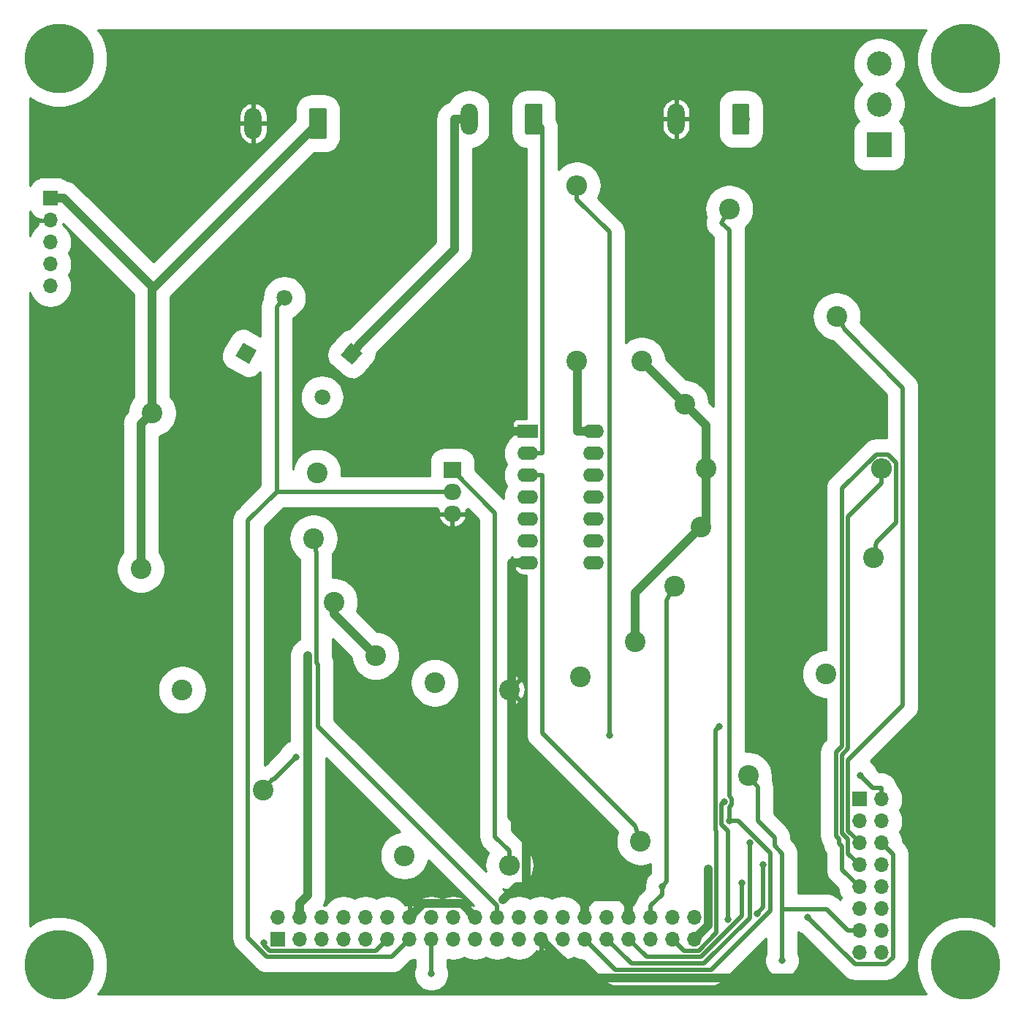
<source format=gbr>
G04 #@! TF.GenerationSoftware,KiCad,Pcbnew,(5.1.4)-1*
G04 #@! TF.CreationDate,2021-03-17T02:00:29-04:00*
G04 #@! TF.ProjectId,RB_switch_pcb,52425f73-7769-4746-9368-5f7063622e6b,rev?*
G04 #@! TF.SameCoordinates,Original*
G04 #@! TF.FileFunction,Copper,L2,Bot*
G04 #@! TF.FilePolarity,Positive*
%FSLAX46Y46*%
G04 Gerber Fmt 4.6, Leading zero omitted, Abs format (unit mm)*
G04 Created by KiCad (PCBNEW (5.1.4)-1) date 2021-03-17 02:00:29*
%MOMM*%
%LPD*%
G04 APERTURE LIST*
%ADD10C,8.000000*%
%ADD11O,2.000000X3.600000*%
%ADD12C,0.100000*%
%ADD13C,2.000000*%
%ADD14O,1.700000X1.700000*%
%ADD15R,1.700000X1.700000*%
%ADD16O,2.400000X1.600000*%
%ADD17R,2.400000X1.600000*%
%ADD18C,1.800000*%
%ADD19C,1.800000*%
%ADD20R,2.000000X1.905000*%
%ADD21O,2.000000X1.905000*%
%ADD22O,2.400000X2.400000*%
%ADD23C,2.400000*%
%ADD24C,2.400000*%
%ADD25R,2.850000X2.850000*%
%ADD26C,2.850000*%
%ADD27C,0.800000*%
%ADD28C,0.500000*%
%ADD29C,1.000000*%
%ADD30C,0.254000*%
G04 APERTURE END LIST*
D10*
X65000000Y-155000000D03*
X170000000Y-155000000D03*
X170000000Y-50000000D03*
X65000000Y-50000000D03*
D11*
X87500000Y-57500000D03*
D12*
G36*
X95774504Y-55701204D02*
G01*
X95798773Y-55704804D01*
X95822571Y-55710765D01*
X95845671Y-55719030D01*
X95867849Y-55729520D01*
X95888893Y-55742133D01*
X95908598Y-55756747D01*
X95926777Y-55773223D01*
X95943253Y-55791402D01*
X95957867Y-55811107D01*
X95970480Y-55832151D01*
X95980970Y-55854329D01*
X95989235Y-55877429D01*
X95995196Y-55901227D01*
X95998796Y-55925496D01*
X96000000Y-55950000D01*
X96000000Y-59050000D01*
X95998796Y-59074504D01*
X95995196Y-59098773D01*
X95989235Y-59122571D01*
X95980970Y-59145671D01*
X95970480Y-59167849D01*
X95957867Y-59188893D01*
X95943253Y-59208598D01*
X95926777Y-59226777D01*
X95908598Y-59243253D01*
X95888893Y-59257867D01*
X95867849Y-59270480D01*
X95845671Y-59280970D01*
X95822571Y-59289235D01*
X95798773Y-59295196D01*
X95774504Y-59298796D01*
X95750000Y-59300000D01*
X94250000Y-59300000D01*
X94225496Y-59298796D01*
X94201227Y-59295196D01*
X94177429Y-59289235D01*
X94154329Y-59280970D01*
X94132151Y-59270480D01*
X94111107Y-59257867D01*
X94091402Y-59243253D01*
X94073223Y-59226777D01*
X94056747Y-59208598D01*
X94042133Y-59188893D01*
X94029520Y-59167849D01*
X94019030Y-59145671D01*
X94010765Y-59122571D01*
X94004804Y-59098773D01*
X94001204Y-59074504D01*
X94000000Y-59050000D01*
X94000000Y-55950000D01*
X94001204Y-55925496D01*
X94004804Y-55901227D01*
X94010765Y-55877429D01*
X94019030Y-55854329D01*
X94029520Y-55832151D01*
X94042133Y-55811107D01*
X94056747Y-55791402D01*
X94073223Y-55773223D01*
X94091402Y-55756747D01*
X94111107Y-55742133D01*
X94132151Y-55729520D01*
X94154329Y-55719030D01*
X94177429Y-55710765D01*
X94201227Y-55704804D01*
X94225496Y-55701204D01*
X94250000Y-55700000D01*
X95750000Y-55700000D01*
X95774504Y-55701204D01*
X95774504Y-55701204D01*
G37*
D13*
X95000000Y-57500000D03*
D14*
X160261000Y-153568000D03*
X157721000Y-153568000D03*
X160261000Y-151028000D03*
X157721000Y-151028000D03*
X160261000Y-148488000D03*
X157721000Y-148488000D03*
X160261000Y-145948000D03*
X157721000Y-145948000D03*
X160261000Y-143408000D03*
X157721000Y-143408000D03*
X160261000Y-140868000D03*
X157721000Y-140868000D03*
X160261000Y-138328000D03*
X157721000Y-138328000D03*
X160261000Y-135788000D03*
D15*
X157721000Y-135788000D03*
D16*
X126949000Y-93129100D03*
X119329000Y-108369100D03*
X126949000Y-95669100D03*
X119329000Y-105829100D03*
X126949000Y-98209100D03*
X119329000Y-103289100D03*
X126949000Y-100749100D03*
X119329000Y-100749100D03*
X126949000Y-103289100D03*
X119329000Y-98209100D03*
X126949000Y-105829100D03*
X119329000Y-95669100D03*
X126949000Y-108369100D03*
D17*
X119329000Y-93129100D03*
D18*
X91124588Y-77682978D03*
D19*
X91124588Y-77682978D02*
X91124588Y-77682978D01*
D18*
X98907600Y-84213700D03*
D12*
G36*
X100175549Y-84102769D02*
G01*
X99018531Y-85481649D01*
X97639651Y-84324631D01*
X98796669Y-82945751D01*
X100175549Y-84102769D01*
X100175549Y-84102769D01*
G37*
D18*
X86677500Y-84112100D03*
D12*
G36*
X85448077Y-84441523D02*
G01*
X86348077Y-82882677D01*
X87906923Y-83782677D01*
X87006923Y-85341523D01*
X85448077Y-84441523D01*
X85448077Y-84441523D01*
G37*
D18*
X95476318Y-89192100D03*
D19*
X95476318Y-89192100D02*
X95476318Y-89192100D01*
D15*
X90360500Y-151968000D03*
D14*
X90360500Y-149428000D03*
X92900500Y-151968000D03*
X92900500Y-149428000D03*
X95440500Y-151968000D03*
X95440500Y-149428000D03*
X97980500Y-151968000D03*
X97980500Y-149428000D03*
X100520500Y-151968000D03*
X100520500Y-149428000D03*
X103060500Y-151968000D03*
X103060500Y-149428000D03*
X105600500Y-151968000D03*
X105600500Y-149428000D03*
X108140500Y-151968000D03*
X108140500Y-149428000D03*
X110680500Y-151968000D03*
X110680500Y-149428000D03*
X113220500Y-151968000D03*
X113220500Y-149428000D03*
X115760500Y-151968000D03*
X115760500Y-149428000D03*
X118300500Y-151968000D03*
X118300500Y-149428000D03*
X120840500Y-151968000D03*
X120840500Y-149428000D03*
X123380500Y-151968000D03*
X123380500Y-149428000D03*
X125920500Y-151968000D03*
X125920500Y-149428000D03*
X128460500Y-151968000D03*
X128460500Y-149428000D03*
X131000500Y-151968000D03*
X131000500Y-149428000D03*
X133540500Y-151968000D03*
X133540500Y-149428000D03*
X136080500Y-151968000D03*
X136080500Y-149428000D03*
X138620500Y-151968000D03*
X138620500Y-149428000D03*
D11*
X112500000Y-57000000D03*
D12*
G36*
X120774504Y-55201204D02*
G01*
X120798773Y-55204804D01*
X120822571Y-55210765D01*
X120845671Y-55219030D01*
X120867849Y-55229520D01*
X120888893Y-55242133D01*
X120908598Y-55256747D01*
X120926777Y-55273223D01*
X120943253Y-55291402D01*
X120957867Y-55311107D01*
X120970480Y-55332151D01*
X120980970Y-55354329D01*
X120989235Y-55377429D01*
X120995196Y-55401227D01*
X120998796Y-55425496D01*
X121000000Y-55450000D01*
X121000000Y-58550000D01*
X120998796Y-58574504D01*
X120995196Y-58598773D01*
X120989235Y-58622571D01*
X120980970Y-58645671D01*
X120970480Y-58667849D01*
X120957867Y-58688893D01*
X120943253Y-58708598D01*
X120926777Y-58726777D01*
X120908598Y-58743253D01*
X120888893Y-58757867D01*
X120867849Y-58770480D01*
X120845671Y-58780970D01*
X120822571Y-58789235D01*
X120798773Y-58795196D01*
X120774504Y-58798796D01*
X120750000Y-58800000D01*
X119250000Y-58800000D01*
X119225496Y-58798796D01*
X119201227Y-58795196D01*
X119177429Y-58789235D01*
X119154329Y-58780970D01*
X119132151Y-58770480D01*
X119111107Y-58757867D01*
X119091402Y-58743253D01*
X119073223Y-58726777D01*
X119056747Y-58708598D01*
X119042133Y-58688893D01*
X119029520Y-58667849D01*
X119019030Y-58645671D01*
X119010765Y-58622571D01*
X119004804Y-58598773D01*
X119001204Y-58574504D01*
X119000000Y-58550000D01*
X119000000Y-55450000D01*
X119001204Y-55425496D01*
X119004804Y-55401227D01*
X119010765Y-55377429D01*
X119019030Y-55354329D01*
X119029520Y-55332151D01*
X119042133Y-55311107D01*
X119056747Y-55291402D01*
X119073223Y-55273223D01*
X119091402Y-55256747D01*
X119111107Y-55242133D01*
X119132151Y-55229520D01*
X119154329Y-55219030D01*
X119177429Y-55210765D01*
X119201227Y-55204804D01*
X119225496Y-55201204D01*
X119250000Y-55200000D01*
X120750000Y-55200000D01*
X120774504Y-55201204D01*
X120774504Y-55201204D01*
G37*
D13*
X120000000Y-57000000D03*
D12*
G36*
X144774504Y-55201204D02*
G01*
X144798773Y-55204804D01*
X144822571Y-55210765D01*
X144845671Y-55219030D01*
X144867849Y-55229520D01*
X144888893Y-55242133D01*
X144908598Y-55256747D01*
X144926777Y-55273223D01*
X144943253Y-55291402D01*
X144957867Y-55311107D01*
X144970480Y-55332151D01*
X144980970Y-55354329D01*
X144989235Y-55377429D01*
X144995196Y-55401227D01*
X144998796Y-55425496D01*
X145000000Y-55450000D01*
X145000000Y-58550000D01*
X144998796Y-58574504D01*
X144995196Y-58598773D01*
X144989235Y-58622571D01*
X144980970Y-58645671D01*
X144970480Y-58667849D01*
X144957867Y-58688893D01*
X144943253Y-58708598D01*
X144926777Y-58726777D01*
X144908598Y-58743253D01*
X144888893Y-58757867D01*
X144867849Y-58770480D01*
X144845671Y-58780970D01*
X144822571Y-58789235D01*
X144798773Y-58795196D01*
X144774504Y-58798796D01*
X144750000Y-58800000D01*
X143250000Y-58800000D01*
X143225496Y-58798796D01*
X143201227Y-58795196D01*
X143177429Y-58789235D01*
X143154329Y-58780970D01*
X143132151Y-58770480D01*
X143111107Y-58757867D01*
X143091402Y-58743253D01*
X143073223Y-58726777D01*
X143056747Y-58708598D01*
X143042133Y-58688893D01*
X143029520Y-58667849D01*
X143019030Y-58645671D01*
X143010765Y-58622571D01*
X143004804Y-58598773D01*
X143001204Y-58574504D01*
X143000000Y-58550000D01*
X143000000Y-55450000D01*
X143001204Y-55425496D01*
X143004804Y-55401227D01*
X143010765Y-55377429D01*
X143019030Y-55354329D01*
X143029520Y-55332151D01*
X143042133Y-55311107D01*
X143056747Y-55291402D01*
X143073223Y-55273223D01*
X143091402Y-55256747D01*
X143111107Y-55242133D01*
X143132151Y-55229520D01*
X143154329Y-55219030D01*
X143177429Y-55210765D01*
X143201227Y-55204804D01*
X143225496Y-55201204D01*
X143250000Y-55200000D01*
X144750000Y-55200000D01*
X144774504Y-55201204D01*
X144774504Y-55201204D01*
G37*
D13*
X144000000Y-57000000D03*
D11*
X136500000Y-57000000D03*
D20*
X110566000Y-97650300D03*
D21*
X110566000Y-100190300D03*
X110566000Y-102730300D03*
D22*
X125000000Y-64680000D03*
D23*
X125000000Y-85000000D03*
X132500000Y-85000000D03*
X142660000Y-67402364D03*
D24*
X142660000Y-67402364D02*
X142660000Y-67402364D01*
D23*
X155097636Y-79840000D03*
D24*
X155097636Y-79840000D02*
X155097636Y-79840000D01*
D23*
X137500000Y-90000000D03*
X140000000Y-97500000D03*
D22*
X160320000Y-97500000D03*
D23*
X159393294Y-107808531D03*
D24*
X159393294Y-107808531D02*
X159393294Y-107808531D01*
D23*
X139382000Y-104280000D03*
X153886000Y-121285000D03*
X136288364Y-111125000D03*
D24*
X136288364Y-111125000D02*
X136288364Y-111125000D01*
D23*
X144836444Y-133079023D03*
D24*
X144836444Y-133079023D02*
X144836444Y-133079023D01*
D23*
X131775000Y-117513000D03*
X125425000Y-121602000D03*
X132374849Y-140696554D03*
D24*
X132374849Y-140696554D02*
X132374849Y-140696554D01*
D22*
X117183000Y-143434000D03*
D23*
X117183000Y-123114000D03*
X108534000Y-122301000D03*
X105005469Y-142312294D03*
D24*
X105005469Y-142312294D02*
X105005469Y-142312294D01*
D23*
X88640556Y-134756023D03*
D24*
X88640556Y-134756023D02*
X88640556Y-134756023D01*
D23*
X101702000Y-119190000D03*
X96875600Y-112954000D03*
X79277964Y-123114000D03*
D24*
X79277964Y-123114000D02*
X79277964Y-123114000D01*
D23*
X74485500Y-109118000D03*
X94496794Y-105589469D03*
D24*
X94496794Y-105589469D02*
X94496794Y-105589469D01*
D23*
X94900854Y-97983449D03*
D24*
X94900854Y-97983449D02*
X94900854Y-97983449D01*
D23*
X75806300Y-91033600D03*
D25*
X160000000Y-60000000D03*
D26*
X160000000Y-55300000D03*
X160000000Y-50600000D03*
D15*
X64020700Y-66192400D03*
D14*
X64020700Y-68732400D03*
X64020700Y-71272400D03*
X64020700Y-73812400D03*
X64020700Y-76352400D03*
D27*
X93824700Y-119190000D03*
X145000400Y-140868000D03*
X145850700Y-149009500D03*
X146544300Y-143408000D03*
X154772600Y-155997600D03*
X115287300Y-54470200D03*
X116454600Y-147449300D03*
X140176300Y-143878900D03*
X130800100Y-143878900D03*
X144102000Y-145526600D03*
X151715100Y-149430000D03*
X141507100Y-127391800D03*
X92499200Y-130897400D03*
X157828000Y-133025100D03*
X108140500Y-156019300D03*
X142481900Y-149699500D03*
X142083600Y-136069100D03*
X128750100Y-128352100D03*
X142660000Y-138328000D03*
X134847600Y-145876600D03*
X88704600Y-152429300D03*
X148752300Y-154468600D03*
D28*
X119329000Y-95669100D02*
X120979300Y-95669100D01*
X120000000Y-57000000D02*
X120979300Y-57979300D01*
X120979300Y-57979300D02*
X120979300Y-95669100D01*
X90225100Y-100190300D02*
X86914200Y-103501200D01*
X86914200Y-103501200D02*
X86914200Y-151866300D01*
X86914200Y-151866300D02*
X89087000Y-154039100D01*
X89087000Y-154039100D02*
X103529400Y-154039100D01*
X103529400Y-154039100D02*
X105600500Y-151968000D01*
X90225100Y-78754900D02*
X90225100Y-100190300D01*
X110566000Y-100190300D02*
X90225100Y-100190300D01*
X91124600Y-77683000D02*
X90225100Y-78754900D01*
D29*
X98907600Y-84213700D02*
X100026300Y-82880600D01*
X112500000Y-57000000D02*
X110799700Y-57000000D01*
X110799700Y-57000000D02*
X110799700Y-72107200D01*
X110799700Y-72107200D02*
X100026300Y-82880600D01*
X92900500Y-149428000D02*
X92900500Y-147877700D01*
X92900500Y-147877700D02*
X93824700Y-146953500D01*
X93824700Y-146953500D02*
X93824700Y-119190000D01*
X126949000Y-93129100D02*
X125048700Y-93129100D01*
X125048700Y-93129100D02*
X125048700Y-85048700D01*
X125048700Y-85048700D02*
X125000000Y-85000000D01*
X132500000Y-85000000D02*
X137500000Y-90000000D01*
X137500000Y-90000000D02*
X140000000Y-92500000D01*
X140000000Y-92500000D02*
X140000000Y-97500000D01*
X139382000Y-104280000D02*
X131775000Y-111887000D01*
X131775000Y-111887000D02*
X131775000Y-117513000D01*
X140000000Y-97500000D02*
X140000000Y-103662000D01*
X140000000Y-103662000D02*
X139382000Y-104280000D01*
X75939300Y-76560700D02*
X75806300Y-76693700D01*
X75806300Y-76693700D02*
X75806300Y-91033600D01*
X95000000Y-57500000D02*
X75939300Y-76560700D01*
X75939300Y-76560700D02*
X65571000Y-66192400D01*
X64020700Y-66192400D02*
X65571000Y-66192400D01*
X101702000Y-119190000D02*
X96875600Y-114363600D01*
X96875600Y-114363600D02*
X96875600Y-112954000D01*
X75806300Y-91033600D02*
X74485500Y-92354400D01*
X74485500Y-92354400D02*
X74485500Y-109118000D01*
D28*
X128460500Y-151968000D02*
X131331100Y-154838600D01*
X131331100Y-154838600D02*
X139702900Y-154838600D01*
X139702900Y-154838600D02*
X145000400Y-149541100D01*
X145000400Y-149541100D02*
X145000400Y-140868000D01*
X155097600Y-79840000D02*
X156014400Y-81427900D01*
X157721000Y-140868000D02*
X157721000Y-140780800D01*
X157721000Y-140780800D02*
X156392100Y-139451900D01*
X156392100Y-139451900D02*
X156392100Y-131275600D01*
X156392100Y-131275600D02*
X162743600Y-124924100D01*
X162743600Y-124924100D02*
X162743600Y-88157100D01*
X162743600Y-88157100D02*
X156014400Y-81427900D01*
X146544300Y-143408000D02*
X146544300Y-148315900D01*
X146544300Y-148315900D02*
X145850700Y-149009500D01*
X160320000Y-99150300D02*
X156392100Y-103078200D01*
X156392100Y-103078200D02*
X156392100Y-129934800D01*
X156392100Y-129934800D02*
X155691800Y-130635100D01*
X155691800Y-130635100D02*
X155691800Y-139742100D01*
X155691800Y-139742100D02*
X156392100Y-140442400D01*
X156392100Y-140442400D02*
X156392100Y-142079100D01*
X156392100Y-142079100D02*
X157721000Y-143408000D01*
X160320000Y-97500000D02*
X160320000Y-99150300D01*
D29*
X120840500Y-151968000D02*
X125385500Y-156513000D01*
X125385500Y-156513000D02*
X154257200Y-156513000D01*
X154257200Y-156513000D02*
X154772600Y-155997600D01*
X117428700Y-93129100D02*
X115287300Y-90987700D01*
X115287300Y-90987700D02*
X115287300Y-54470200D01*
X119329000Y-93129100D02*
X117428700Y-93129100D01*
X125920500Y-147877700D02*
X123954500Y-145911700D01*
X123954500Y-145911700D02*
X119137900Y-145911700D01*
X119137900Y-145911700D02*
X117992200Y-145911700D01*
X117992200Y-145911700D02*
X116454600Y-147449300D01*
X117428700Y-115618700D02*
X117428700Y-137809000D01*
X117428700Y-137809000D02*
X119137900Y-139518200D01*
X119137900Y-139518200D02*
X119137900Y-145911700D01*
X130212100Y-147089200D02*
X130800100Y-146501200D01*
X130800100Y-146501200D02*
X130800100Y-143878900D01*
X125920500Y-147877700D02*
X126708900Y-147089300D01*
X126708900Y-147089300D02*
X130212000Y-147089300D01*
X130212000Y-147089300D02*
X130212100Y-147089200D01*
X130212100Y-147089200D02*
X131000500Y-147877700D01*
X131000500Y-149428000D02*
X131000500Y-147877700D01*
X138620500Y-151968000D02*
X140176300Y-150412200D01*
X140176300Y-150412200D02*
X140176300Y-143878900D01*
X105600500Y-149428000D02*
X107160700Y-147867800D01*
X107160700Y-147867800D02*
X111660300Y-147867800D01*
X111660300Y-147867800D02*
X113220500Y-149428000D01*
X125920500Y-149428000D02*
X125920500Y-147877700D01*
X117428700Y-115618700D02*
X117428700Y-122868300D01*
X117428700Y-122868300D02*
X117183000Y-123114000D01*
X117428700Y-108369100D02*
X117428700Y-115618700D01*
X119329000Y-108369100D02*
X117428700Y-108369100D01*
D28*
X131000500Y-151968000D02*
X133109300Y-154076800D01*
X133109300Y-154076800D02*
X139362100Y-154076800D01*
X139362100Y-154076800D02*
X144102000Y-149336900D01*
X144102000Y-149336900D02*
X144102000Y-145526600D01*
X159700700Y-106064500D02*
X159700800Y-106064500D01*
X159700800Y-106064500D02*
X162016700Y-103748600D01*
X162016700Y-103748600D02*
X162016700Y-96832600D01*
X162016700Y-96832600D02*
X161019800Y-95835700D01*
X161019800Y-95835700D02*
X159648200Y-95835700D01*
X159648200Y-95835700D02*
X155691700Y-99792200D01*
X155691700Y-99792200D02*
X155691700Y-129644700D01*
X155691700Y-129644700D02*
X154991500Y-130344900D01*
X154991500Y-130344900D02*
X154991500Y-140032300D01*
X154991500Y-140032300D02*
X155370300Y-140411100D01*
X155370300Y-140411100D02*
X155370300Y-140922600D01*
X155370300Y-140922600D02*
X155691700Y-141244000D01*
X155691700Y-141244000D02*
X155691700Y-143918700D01*
X155691700Y-143918700D02*
X157721000Y-145948000D01*
X159393300Y-107808500D02*
X159700700Y-106064500D01*
X115760500Y-148127700D02*
X94999900Y-127367100D01*
X94999900Y-127367100D02*
X94999900Y-120164100D01*
X94999900Y-120164100D02*
X94804200Y-119968400D01*
X94804200Y-119968400D02*
X94804200Y-107333500D01*
X160261000Y-140868000D02*
X161609800Y-142216800D01*
X161609800Y-142216800D02*
X161609800Y-154103900D01*
X161609800Y-154103900D02*
X160798800Y-154914900D01*
X160798800Y-154914900D02*
X157200000Y-154914900D01*
X157200000Y-154914900D02*
X151715100Y-149430000D01*
X94496800Y-105589500D02*
X94804200Y-107333500D01*
X115760500Y-149428000D02*
X115760500Y-148127700D01*
X141507100Y-127391800D02*
X141069400Y-127829500D01*
X141069400Y-127829500D02*
X141069400Y-139381100D01*
X141069400Y-139381100D02*
X141178800Y-139490500D01*
X141178800Y-139490500D02*
X141178800Y-151265800D01*
X141178800Y-151265800D02*
X139105800Y-153338800D01*
X139105800Y-153338800D02*
X137451300Y-153338800D01*
X137451300Y-153338800D02*
X136080500Y-151968000D01*
X160261000Y-135788000D02*
X160261000Y-134487700D01*
X88640600Y-134756000D02*
X89739900Y-133446100D01*
X92499200Y-130897400D02*
X89950500Y-133446100D01*
X89950500Y-133446100D02*
X89739900Y-133446100D01*
X160261000Y-134487700D02*
X159290600Y-134487700D01*
X159290600Y-134487700D02*
X157828000Y-133025100D01*
X108140500Y-151968000D02*
X108140500Y-156019300D01*
X142083600Y-136069100D02*
X141769700Y-136383000D01*
X141769700Y-136383000D02*
X141769700Y-138740600D01*
X141769700Y-138740600D02*
X142481900Y-139452800D01*
X142481900Y-139452800D02*
X142481900Y-149699500D01*
X125000000Y-64680000D02*
X125000000Y-66330300D01*
X125000000Y-66330300D02*
X128750100Y-70080400D01*
X128750100Y-70080400D02*
X128750100Y-128352100D01*
X142660000Y-138328000D02*
X142660000Y-136695300D01*
X142660000Y-136695300D02*
X142933900Y-136421400D01*
X142933900Y-136421400D02*
X142933900Y-135716800D01*
X142933900Y-135716800D02*
X142660000Y-135442900D01*
X142660000Y-135442900D02*
X142660000Y-69907000D01*
X142660000Y-69907000D02*
X141743200Y-68990200D01*
X142660000Y-138328000D02*
X143724100Y-138328000D01*
X143724100Y-138328000D02*
X147401400Y-142005300D01*
X147401400Y-142005300D02*
X147401400Y-148734800D01*
X147401400Y-148734800D02*
X140588600Y-155547600D01*
X140588600Y-155547600D02*
X129500100Y-155547600D01*
X129500100Y-155547600D02*
X125920500Y-151968000D01*
X142660000Y-67402400D02*
X141743200Y-68990200D01*
X134847600Y-145876600D02*
X135371600Y-145352600D01*
X135371600Y-145352600D02*
X135371600Y-112712900D01*
X133540500Y-148127700D02*
X134847600Y-146820600D01*
X134847600Y-146820600D02*
X134847600Y-145876600D01*
X136288400Y-111125000D02*
X135371600Y-112712900D01*
X133540500Y-149428000D02*
X133540500Y-148127700D01*
X148752300Y-148545700D02*
X148752300Y-154468600D01*
X145935700Y-134389000D02*
X145935700Y-138252300D01*
X145935700Y-138252300D02*
X147894600Y-140211200D01*
X147894600Y-140211200D02*
X147894600Y-141201500D01*
X147894600Y-141201500D02*
X148752300Y-142059200D01*
X148752300Y-142059200D02*
X148752300Y-148545700D01*
X156420700Y-151028000D02*
X153938400Y-148545700D01*
X153938400Y-148545700D02*
X148752300Y-148545700D01*
X157721000Y-151028000D02*
X156420700Y-151028000D01*
X88704600Y-152429300D02*
X88704600Y-152666200D01*
X88704600Y-152666200D02*
X89377200Y-153338800D01*
X89377200Y-153338800D02*
X101689700Y-153338800D01*
X101689700Y-153338800D02*
X103060500Y-151968000D01*
X144836400Y-133079000D02*
X145935700Y-134389000D01*
X117183000Y-143434000D02*
X117183000Y-141783700D01*
X110566000Y-97650300D02*
X115532700Y-102617000D01*
X115532700Y-102617000D02*
X115532700Y-140133400D01*
X115532700Y-140133400D02*
X117183000Y-141783700D01*
X132374800Y-140696600D02*
X131725300Y-138911900D01*
X119329000Y-98209100D02*
X120979300Y-98209100D01*
X120979300Y-98209100D02*
X120979300Y-128166000D01*
X120979300Y-128166000D02*
X131725200Y-138911900D01*
X131725200Y-138911900D02*
X131725300Y-138911900D01*
D30*
G36*
X165013417Y-47334616D02*
G01*
X164589242Y-48358665D01*
X164373000Y-49445789D01*
X164373000Y-50554211D01*
X164589242Y-51641335D01*
X165013417Y-52665384D01*
X165629223Y-53587004D01*
X166412996Y-54370777D01*
X167334616Y-54986583D01*
X168358665Y-55410758D01*
X169445789Y-55627000D01*
X170554211Y-55627000D01*
X171641335Y-55410758D01*
X172665384Y-54986583D01*
X173348001Y-54530474D01*
X173348000Y-150469526D01*
X172665384Y-150013417D01*
X171641335Y-149589242D01*
X170554211Y-149373000D01*
X169445789Y-149373000D01*
X168358665Y-149589242D01*
X167334616Y-150013417D01*
X166412996Y-150629223D01*
X165629223Y-151412996D01*
X165013417Y-152334616D01*
X164589242Y-153358665D01*
X164373000Y-154445789D01*
X164373000Y-155554211D01*
X164589242Y-156641335D01*
X165013417Y-157665384D01*
X165469526Y-158348000D01*
X69530474Y-158348000D01*
X69986583Y-157665384D01*
X70410758Y-156641335D01*
X70627000Y-155554211D01*
X70627000Y-154445789D01*
X70410758Y-153358665D01*
X69986583Y-152334616D01*
X69370777Y-151412996D01*
X68587004Y-150629223D01*
X67665384Y-150013417D01*
X66641335Y-149589242D01*
X65554211Y-149373000D01*
X64445789Y-149373000D01*
X63358665Y-149589242D01*
X62334616Y-150013417D01*
X61652000Y-150469526D01*
X61652000Y-123114000D01*
X76437286Y-123114000D01*
X76491869Y-123668189D01*
X76653520Y-124201080D01*
X76916027Y-124692196D01*
X77269301Y-125122663D01*
X77699768Y-125475937D01*
X78190884Y-125738444D01*
X78723775Y-125900095D01*
X79139089Y-125941000D01*
X79416839Y-125941000D01*
X79832153Y-125900095D01*
X80365044Y-125738444D01*
X80856160Y-125475937D01*
X81286627Y-125122663D01*
X81639901Y-124692196D01*
X81902408Y-124201080D01*
X82064059Y-123668189D01*
X82118642Y-123114000D01*
X82064059Y-122559811D01*
X81902408Y-122026920D01*
X81639901Y-121535804D01*
X81286627Y-121105337D01*
X80856160Y-120752063D01*
X80365044Y-120489556D01*
X79832153Y-120327905D01*
X79416839Y-120287000D01*
X79139089Y-120287000D01*
X78723775Y-120327905D01*
X78190884Y-120489556D01*
X77699768Y-120752063D01*
X77269301Y-121105337D01*
X76916027Y-121535804D01*
X76653520Y-122026920D01*
X76491869Y-122559811D01*
X76437286Y-123114000D01*
X61652000Y-123114000D01*
X61652000Y-77076845D01*
X61721178Y-77304893D01*
X61951185Y-77735206D01*
X62260722Y-78112378D01*
X62637894Y-78421915D01*
X63068207Y-78651922D01*
X63535123Y-78793560D01*
X63899014Y-78829400D01*
X64142386Y-78829400D01*
X64506277Y-78793560D01*
X64973193Y-78651922D01*
X65403506Y-78421915D01*
X65780678Y-78112378D01*
X66090215Y-77735206D01*
X66320222Y-77304893D01*
X66461860Y-76837977D01*
X66509685Y-76352400D01*
X66461860Y-75866823D01*
X66320222Y-75399907D01*
X66150511Y-75082400D01*
X66320222Y-74764893D01*
X66461860Y-74297977D01*
X66509685Y-73812400D01*
X66461860Y-73326823D01*
X66320222Y-72859907D01*
X66150511Y-72542400D01*
X66320222Y-72224893D01*
X66461860Y-71757977D01*
X66509685Y-71272400D01*
X66461860Y-70786823D01*
X66320222Y-70319907D01*
X66090215Y-69889594D01*
X65780678Y-69512422D01*
X65422894Y-69218797D01*
X65461637Y-69091068D01*
X73679300Y-77308732D01*
X73679301Y-89162616D01*
X73610425Y-89231492D01*
X73301045Y-89694513D01*
X73087940Y-90208994D01*
X72979300Y-90755165D01*
X72979300Y-90838927D01*
X72974207Y-90843107D01*
X72708407Y-91166985D01*
X72510901Y-91536495D01*
X72389276Y-91937436D01*
X72362961Y-92204618D01*
X72348209Y-92354400D01*
X72358500Y-92458885D01*
X72358501Y-107247016D01*
X72289625Y-107315892D01*
X71980245Y-107778913D01*
X71767140Y-108293394D01*
X71658500Y-108839565D01*
X71658500Y-109396435D01*
X71767140Y-109942606D01*
X71980245Y-110457087D01*
X72289625Y-110920108D01*
X72683392Y-111313875D01*
X73146413Y-111623255D01*
X73660894Y-111836360D01*
X74207065Y-111945000D01*
X74763935Y-111945000D01*
X75310106Y-111836360D01*
X75824587Y-111623255D01*
X76287608Y-111313875D01*
X76681375Y-110920108D01*
X76990755Y-110457087D01*
X77203860Y-109942606D01*
X77312500Y-109396435D01*
X77312500Y-108839565D01*
X77203860Y-108293394D01*
X76990755Y-107778913D01*
X76681375Y-107315892D01*
X76612500Y-107247017D01*
X76612500Y-93755621D01*
X76630906Y-93751960D01*
X77145387Y-93538855D01*
X77608408Y-93229475D01*
X78002175Y-92835708D01*
X78311555Y-92372687D01*
X78524660Y-91858206D01*
X78633300Y-91312035D01*
X78633300Y-90755165D01*
X78524660Y-90208994D01*
X78311555Y-89694513D01*
X78002175Y-89231492D01*
X77933300Y-89162617D01*
X77933300Y-84548449D01*
X83816705Y-84548449D01*
X83868912Y-84864659D01*
X83981805Y-85164609D01*
X84151046Y-85436770D01*
X84370131Y-85670685D01*
X84630641Y-85857364D01*
X86189487Y-86757364D01*
X86481411Y-86889633D01*
X86793530Y-86962408D01*
X87113849Y-86972895D01*
X87430059Y-86920688D01*
X87730009Y-86807795D01*
X88002170Y-86638554D01*
X88236085Y-86419469D01*
X88348100Y-86263152D01*
X88348101Y-99412821D01*
X85652166Y-102108756D01*
X85580539Y-102167539D01*
X85345980Y-102453350D01*
X85171687Y-102779429D01*
X85122702Y-102940913D01*
X85073449Y-103103280D01*
X85064359Y-103133245D01*
X85037200Y-103408991D01*
X85037200Y-103408998D01*
X85028119Y-103501200D01*
X85037200Y-103593402D01*
X85037201Y-151774088D01*
X85028119Y-151866300D01*
X85064359Y-152234256D01*
X85150886Y-152519496D01*
X85171688Y-152588072D01*
X85345981Y-152914151D01*
X85444466Y-153034155D01*
X85521759Y-153128337D01*
X85521762Y-153128340D01*
X85580540Y-153199961D01*
X85652161Y-153258739D01*
X87694561Y-155301139D01*
X87753339Y-155372761D01*
X87824960Y-155431539D01*
X87824962Y-155431541D01*
X87870900Y-155469241D01*
X88039149Y-155607320D01*
X88365228Y-155781613D01*
X88490647Y-155819658D01*
X88719043Y-155888941D01*
X88754485Y-155892432D01*
X88994790Y-155916100D01*
X88994797Y-155916100D01*
X89086999Y-155925181D01*
X89179201Y-155916100D01*
X103437198Y-155916100D01*
X103529400Y-155925181D01*
X103621602Y-155916100D01*
X103621610Y-155916100D01*
X103897356Y-155888941D01*
X104251172Y-155781613D01*
X104577251Y-155607320D01*
X104863061Y-155372761D01*
X104921844Y-155301134D01*
X105784073Y-154438905D01*
X106086077Y-154409160D01*
X106263501Y-154355339D01*
X106263501Y-155253970D01*
X106191396Y-155428046D01*
X106113500Y-155819658D01*
X106113500Y-156218942D01*
X106191396Y-156610554D01*
X106344196Y-156979445D01*
X106566026Y-157311437D01*
X106848363Y-157593774D01*
X107180355Y-157815604D01*
X107549246Y-157968404D01*
X107940858Y-158046300D01*
X108340142Y-158046300D01*
X108731754Y-157968404D01*
X109100645Y-157815604D01*
X109432637Y-157593774D01*
X109714974Y-157311437D01*
X109936804Y-156979445D01*
X110089604Y-156610554D01*
X110167500Y-156218942D01*
X110167500Y-155819658D01*
X110089604Y-155428046D01*
X110017500Y-155253972D01*
X110017500Y-154355339D01*
X110194923Y-154409160D01*
X110558814Y-154445000D01*
X110802186Y-154445000D01*
X111166077Y-154409160D01*
X111632993Y-154267522D01*
X111950500Y-154097811D01*
X112268007Y-154267522D01*
X112734923Y-154409160D01*
X113098814Y-154445000D01*
X113342186Y-154445000D01*
X113706077Y-154409160D01*
X114172993Y-154267522D01*
X114490500Y-154097811D01*
X114808007Y-154267522D01*
X115274923Y-154409160D01*
X115638814Y-154445000D01*
X115882186Y-154445000D01*
X116246077Y-154409160D01*
X116712993Y-154267522D01*
X117030500Y-154097811D01*
X117348007Y-154267522D01*
X117814923Y-154409160D01*
X118178814Y-154445000D01*
X118422186Y-154445000D01*
X118786077Y-154409160D01*
X119252993Y-154267522D01*
X119683306Y-154037515D01*
X120060478Y-153727978D01*
X120354103Y-153370194D01*
X120483610Y-153409476D01*
X120713500Y-153288155D01*
X120713500Y-152546408D01*
X120741660Y-152453577D01*
X120789485Y-151968000D01*
X120783280Y-151905000D01*
X120897720Y-151905000D01*
X120891515Y-151968000D01*
X120939340Y-152453577D01*
X120967500Y-152546408D01*
X120967500Y-153288155D01*
X121197390Y-153409476D01*
X121326897Y-153370194D01*
X121620522Y-153727978D01*
X121997694Y-154037515D01*
X122428007Y-154267522D01*
X122894923Y-154409160D01*
X123258814Y-154445000D01*
X123502186Y-154445000D01*
X123866077Y-154409160D01*
X124332993Y-154267522D01*
X124650500Y-154097811D01*
X124968007Y-154267522D01*
X125434923Y-154409160D01*
X125736926Y-154438905D01*
X128107661Y-156809640D01*
X128166439Y-156881261D01*
X128452249Y-157115820D01*
X128778328Y-157290113D01*
X128985512Y-157352961D01*
X129132143Y-157397441D01*
X129164471Y-157400625D01*
X129407890Y-157424600D01*
X129407898Y-157424600D01*
X129500100Y-157433681D01*
X129592302Y-157424600D01*
X140496398Y-157424600D01*
X140588600Y-157433681D01*
X140680802Y-157424600D01*
X140680810Y-157424600D01*
X140956556Y-157397441D01*
X141310372Y-157290113D01*
X141636451Y-157115820D01*
X141922261Y-156881261D01*
X141981044Y-156809634D01*
X146875301Y-151915378D01*
X146875301Y-153703270D01*
X146803196Y-153877346D01*
X146725300Y-154268958D01*
X146725300Y-154668242D01*
X146803196Y-155059854D01*
X146955996Y-155428745D01*
X147177826Y-155760737D01*
X147460163Y-156043074D01*
X147792155Y-156264904D01*
X148161046Y-156417704D01*
X148552658Y-156495600D01*
X148951942Y-156495600D01*
X149343554Y-156417704D01*
X149712445Y-156264904D01*
X150044437Y-156043074D01*
X150326774Y-155760737D01*
X150548604Y-155428745D01*
X150701404Y-155059854D01*
X150779300Y-154668242D01*
X150779300Y-154268958D01*
X150701404Y-153877346D01*
X150629300Y-153703272D01*
X150629300Y-151142344D01*
X150754955Y-151226304D01*
X150929030Y-151298409D01*
X155807561Y-156176940D01*
X155866339Y-156248561D01*
X155937960Y-156307339D01*
X155937962Y-156307341D01*
X155990351Y-156350335D01*
X156152149Y-156483120D01*
X156478228Y-156657413D01*
X156699983Y-156724681D01*
X156832043Y-156764741D01*
X156864371Y-156767925D01*
X157107790Y-156791900D01*
X157107798Y-156791900D01*
X157200000Y-156800981D01*
X157292202Y-156791900D01*
X160706598Y-156791900D01*
X160798800Y-156800981D01*
X160891002Y-156791900D01*
X160891010Y-156791900D01*
X161166756Y-156764741D01*
X161520572Y-156657413D01*
X161846651Y-156483120D01*
X162132461Y-156248561D01*
X162191244Y-156176934D01*
X162871834Y-155496344D01*
X162943461Y-155437561D01*
X163178020Y-155151751D01*
X163352313Y-154825672D01*
X163435244Y-154552282D01*
X163459641Y-154471857D01*
X163473768Y-154328425D01*
X163486800Y-154196110D01*
X163486800Y-154196103D01*
X163495881Y-154103901D01*
X163486800Y-154011699D01*
X163486800Y-142309001D01*
X163495881Y-142216799D01*
X163486800Y-142124597D01*
X163486800Y-142124590D01*
X163459641Y-141848844D01*
X163456892Y-141839780D01*
X163387782Y-141611956D01*
X163352313Y-141495028D01*
X163178020Y-141168949D01*
X163051520Y-141014809D01*
X163002241Y-140954762D01*
X163002239Y-140954760D01*
X162943461Y-140883139D01*
X162871840Y-140824362D01*
X162731905Y-140684426D01*
X162702160Y-140382423D01*
X162560522Y-139915507D01*
X162390811Y-139598000D01*
X162560522Y-139280493D01*
X162702160Y-138813577D01*
X162749985Y-138328000D01*
X162702160Y-137842423D01*
X162560522Y-137375507D01*
X162390811Y-137058000D01*
X162560522Y-136740493D01*
X162702160Y-136273577D01*
X162749985Y-135788000D01*
X162702160Y-135302423D01*
X162560522Y-134835507D01*
X162330515Y-134405194D01*
X162112831Y-134139945D01*
X162110841Y-134119744D01*
X162003513Y-133765928D01*
X161829220Y-133439849D01*
X161594661Y-133154039D01*
X161308851Y-132919480D01*
X160982772Y-132745187D01*
X160628956Y-132637859D01*
X160261000Y-132601618D01*
X160168790Y-132610700D01*
X160068078Y-132610700D01*
X159696409Y-132239031D01*
X159624304Y-132064955D01*
X159402474Y-131732963D01*
X159120137Y-131450626D01*
X158971121Y-131351057D01*
X164005641Y-126316538D01*
X164077261Y-126257761D01*
X164311820Y-125971951D01*
X164486113Y-125645872D01*
X164593441Y-125292056D01*
X164620600Y-125016310D01*
X164620600Y-125016303D01*
X164629681Y-124924101D01*
X164620600Y-124831899D01*
X164620600Y-88249302D01*
X164629681Y-88157100D01*
X164620600Y-88064898D01*
X164620600Y-88064890D01*
X164593441Y-87789144D01*
X164486113Y-87435328D01*
X164311820Y-87109249D01*
X164166189Y-86931798D01*
X164136041Y-86895062D01*
X164136039Y-86895060D01*
X164077261Y-86823439D01*
X164005640Y-86764661D01*
X157825879Y-80584901D01*
X157883731Y-80394189D01*
X157938314Y-79840000D01*
X157883731Y-79285811D01*
X157722080Y-78752920D01*
X157459573Y-78261804D01*
X157106299Y-77831337D01*
X156675832Y-77478063D01*
X156184716Y-77215556D01*
X155651825Y-77053905D01*
X155236511Y-77013000D01*
X154958761Y-77013000D01*
X154543447Y-77053905D01*
X154010556Y-77215556D01*
X153519440Y-77478063D01*
X153088973Y-77831337D01*
X152735699Y-78261804D01*
X152473192Y-78752920D01*
X152311541Y-79285811D01*
X152256958Y-79840000D01*
X152311541Y-80394189D01*
X152473192Y-80927080D01*
X152735699Y-81418196D01*
X153088973Y-81848663D01*
X153519440Y-82201937D01*
X154010556Y-82464444D01*
X154543447Y-82626095D01*
X154565398Y-82628257D01*
X154596384Y-82671497D01*
X154708891Y-82776869D01*
X160866601Y-88934580D01*
X160866601Y-93958700D01*
X159740402Y-93958700D01*
X159648200Y-93949619D01*
X159555998Y-93958700D01*
X159555990Y-93958700D01*
X159312571Y-93982675D01*
X159280243Y-93985859D01*
X159172915Y-94018417D01*
X158926428Y-94093187D01*
X158600349Y-94267480D01*
X158314539Y-94502039D01*
X158255761Y-94573660D01*
X154429666Y-98399756D01*
X154358039Y-98458539D01*
X154123480Y-98744350D01*
X153949187Y-99070429D01*
X153841859Y-99424245D01*
X153814700Y-99699991D01*
X153814700Y-99699998D01*
X153805619Y-99792200D01*
X153814700Y-99884402D01*
X153814701Y-118458000D01*
X153607565Y-118458000D01*
X153061394Y-118566640D01*
X152546913Y-118779745D01*
X152083892Y-119089125D01*
X151690125Y-119482892D01*
X151380745Y-119945913D01*
X151167640Y-120460394D01*
X151059000Y-121006565D01*
X151059000Y-121563435D01*
X151167640Y-122109606D01*
X151380745Y-122624087D01*
X151690125Y-123087108D01*
X152083892Y-123480875D01*
X152546913Y-123790255D01*
X153061394Y-124003360D01*
X153607565Y-124112000D01*
X153814701Y-124112000D01*
X153814701Y-128867221D01*
X153729466Y-128952456D01*
X153657839Y-129011239D01*
X153423280Y-129297050D01*
X153248987Y-129623129D01*
X153180304Y-129849550D01*
X153160957Y-129913329D01*
X153141659Y-129976945D01*
X153114500Y-130252691D01*
X153114500Y-130252698D01*
X153105419Y-130344900D01*
X153114500Y-130437102D01*
X153114501Y-139940088D01*
X153105419Y-140032300D01*
X153141659Y-140400256D01*
X153229124Y-140688590D01*
X153248988Y-140754072D01*
X153423281Y-141080151D01*
X153496155Y-141168948D01*
X153510163Y-141186016D01*
X153520459Y-141290556D01*
X153627787Y-141644372D01*
X153802080Y-141970451D01*
X153814700Y-141985829D01*
X153814701Y-143826488D01*
X153805619Y-143918700D01*
X153841859Y-144286656D01*
X153900130Y-144478749D01*
X153949188Y-144640472D01*
X154123481Y-144966551D01*
X154215017Y-145078088D01*
X154299259Y-145180737D01*
X154299262Y-145180740D01*
X154358040Y-145252361D01*
X154429661Y-145311139D01*
X155250095Y-146131574D01*
X155279840Y-146433577D01*
X155421478Y-146900493D01*
X155591189Y-147218000D01*
X155477631Y-147430453D01*
X155330844Y-147283665D01*
X155272061Y-147212039D01*
X154986251Y-146977480D01*
X154660172Y-146803187D01*
X154306356Y-146695859D01*
X154030610Y-146668700D01*
X154030602Y-146668700D01*
X153938400Y-146659619D01*
X153846198Y-146668700D01*
X150629300Y-146668700D01*
X150629300Y-142151402D01*
X150638381Y-142059200D01*
X150629300Y-141966998D01*
X150629300Y-141966990D01*
X150602141Y-141691244D01*
X150585791Y-141637343D01*
X150561770Y-141558159D01*
X150494813Y-141337428D01*
X150320520Y-141011349D01*
X150085961Y-140725539D01*
X150014335Y-140666757D01*
X149771600Y-140424022D01*
X149771600Y-140303402D01*
X149780681Y-140211200D01*
X149771600Y-140118998D01*
X149771600Y-140118990D01*
X149744441Y-139843244D01*
X149737620Y-139820756D01*
X149680869Y-139633673D01*
X149637113Y-139489428D01*
X149462820Y-139163349D01*
X149228261Y-138877539D01*
X149156641Y-138818762D01*
X147812700Y-137474822D01*
X147812700Y-134563499D01*
X147814610Y-134553316D01*
X147812700Y-134378784D01*
X147812700Y-134296790D01*
X147811691Y-134286541D01*
X147810564Y-134183601D01*
X147793614Y-134103005D01*
X147785541Y-134021044D01*
X147755657Y-133922529D01*
X147734468Y-133821779D01*
X147702121Y-133746042D01*
X147678213Y-133667228D01*
X147629677Y-133576424D01*
X147628422Y-133573484D01*
X147677122Y-133079023D01*
X147622539Y-132524834D01*
X147460888Y-131991943D01*
X147198381Y-131500827D01*
X146845107Y-131070360D01*
X146414640Y-130717086D01*
X145923524Y-130454579D01*
X145390633Y-130292928D01*
X144975319Y-130252023D01*
X144697569Y-130252023D01*
X144537000Y-130267838D01*
X144537000Y-69999202D01*
X144546081Y-69907000D01*
X144537000Y-69814798D01*
X144537000Y-69814790D01*
X144510053Y-69541195D01*
X144668663Y-69411027D01*
X145021937Y-68980560D01*
X145284444Y-68489444D01*
X145446095Y-67956553D01*
X145500678Y-67402364D01*
X145446095Y-66848175D01*
X145284444Y-66315284D01*
X145021937Y-65824168D01*
X144668663Y-65393701D01*
X144238196Y-65040427D01*
X143747080Y-64777920D01*
X143214189Y-64616269D01*
X142798875Y-64575364D01*
X142521125Y-64575364D01*
X142105811Y-64616269D01*
X141572920Y-64777920D01*
X141081804Y-65040427D01*
X140651337Y-65393701D01*
X140298063Y-65824168D01*
X140035556Y-66315284D01*
X139873905Y-66848175D01*
X139819322Y-67402364D01*
X139873905Y-67956553D01*
X139984600Y-68321464D01*
X139982745Y-68327576D01*
X139957237Y-68383869D01*
X139929199Y-68504096D01*
X139893359Y-68622244D01*
X139887301Y-68683753D01*
X139873264Y-68743943D01*
X139869220Y-68867339D01*
X139857119Y-68990200D01*
X139863177Y-69051706D01*
X139861152Y-69113481D01*
X139881258Y-69235287D01*
X139893359Y-69358156D01*
X139911302Y-69417307D01*
X139921367Y-69478282D01*
X139964847Y-69593822D01*
X140000688Y-69711972D01*
X140029823Y-69766479D01*
X140051592Y-69824326D01*
X140116787Y-69929178D01*
X140174981Y-70038050D01*
X140214187Y-70085823D01*
X140246826Y-70138315D01*
X140331219Y-70228427D01*
X140350759Y-70252237D01*
X140394223Y-70295701D01*
X140499565Y-70408182D01*
X140524760Y-70426238D01*
X140783001Y-70684479D01*
X140783001Y-90274969D01*
X140327000Y-89818968D01*
X140327000Y-89721565D01*
X140218360Y-89175394D01*
X140005255Y-88660913D01*
X139695875Y-88197892D01*
X139302108Y-87804125D01*
X138839087Y-87494745D01*
X138324606Y-87281640D01*
X137778435Y-87173000D01*
X137681032Y-87173000D01*
X135327000Y-84818969D01*
X135327000Y-84721565D01*
X135218360Y-84175394D01*
X135005255Y-83660913D01*
X134695875Y-83197892D01*
X134302108Y-82804125D01*
X133839087Y-82494745D01*
X133324606Y-82281640D01*
X132778435Y-82173000D01*
X132221565Y-82173000D01*
X131675394Y-82281640D01*
X131160913Y-82494745D01*
X130697892Y-82804125D01*
X130627100Y-82874917D01*
X130627100Y-70172601D01*
X130636181Y-70080399D01*
X130627100Y-69988197D01*
X130627100Y-69988190D01*
X130599941Y-69712444D01*
X130492613Y-69358628D01*
X130318320Y-69032549D01*
X130176014Y-68859149D01*
X130142541Y-68818362D01*
X130142539Y-68818360D01*
X130083761Y-68746739D01*
X130012141Y-68687962D01*
X127438721Y-66114543D01*
X127624444Y-65767080D01*
X127786095Y-65234189D01*
X127840678Y-64680000D01*
X127786095Y-64125811D01*
X127624444Y-63592920D01*
X127361937Y-63101804D01*
X127008663Y-62671337D01*
X126578196Y-62318063D01*
X126087080Y-62055556D01*
X125554189Y-61893905D01*
X125138875Y-61853000D01*
X124861125Y-61853000D01*
X124445811Y-61893905D01*
X123912920Y-62055556D01*
X123421804Y-62318063D01*
X122991337Y-62671337D01*
X122856300Y-62835881D01*
X122856300Y-58071501D01*
X122865381Y-57979299D01*
X122856300Y-57887097D01*
X122856300Y-57887090D01*
X122829141Y-57611344D01*
X122721813Y-57257528D01*
X122652045Y-57127000D01*
X134865000Y-57127000D01*
X134865000Y-57927000D01*
X134921193Y-58243532D01*
X135038058Y-58543020D01*
X135211105Y-58813954D01*
X135433683Y-59045922D01*
X135697239Y-59230010D01*
X135991645Y-59359144D01*
X136119566Y-59390124D01*
X136373000Y-59270777D01*
X136373000Y-57127000D01*
X136627000Y-57127000D01*
X136627000Y-59270777D01*
X136880434Y-59390124D01*
X137008355Y-59359144D01*
X137302761Y-59230010D01*
X137566317Y-59045922D01*
X137788895Y-58813954D01*
X137961942Y-58543020D01*
X138078807Y-58243532D01*
X138135000Y-57927000D01*
X138135000Y-57127000D01*
X136627000Y-57127000D01*
X136373000Y-57127000D01*
X134865000Y-57127000D01*
X122652045Y-57127000D01*
X122634872Y-57094873D01*
X122634872Y-56073000D01*
X134865000Y-56073000D01*
X134865000Y-56873000D01*
X136373000Y-56873000D01*
X136373000Y-54729223D01*
X136627000Y-54729223D01*
X136627000Y-56873000D01*
X138135000Y-56873000D01*
X138135000Y-56073000D01*
X138078807Y-55756468D01*
X137961942Y-55456980D01*
X137957484Y-55450000D01*
X141365128Y-55450000D01*
X141365128Y-58550000D01*
X141401345Y-58917720D01*
X141508605Y-59271309D01*
X141682786Y-59597179D01*
X141917194Y-59882806D01*
X142202821Y-60117214D01*
X142528691Y-60291395D01*
X142882280Y-60398655D01*
X143250000Y-60434872D01*
X144750000Y-60434872D01*
X145117720Y-60398655D01*
X145471309Y-60291395D01*
X145797179Y-60117214D01*
X146082806Y-59882806D01*
X146317214Y-59597179D01*
X146491395Y-59271309D01*
X146598655Y-58917720D01*
X146632409Y-58575000D01*
X156940128Y-58575000D01*
X156940128Y-61425000D01*
X156971542Y-61743948D01*
X157064575Y-62050638D01*
X157215654Y-62333286D01*
X157418971Y-62581029D01*
X157666714Y-62784346D01*
X157949362Y-62935425D01*
X158256052Y-63028458D01*
X158575000Y-63059872D01*
X161425000Y-63059872D01*
X161743948Y-63028458D01*
X162050638Y-62935425D01*
X162333286Y-62784346D01*
X162581029Y-62581029D01*
X162784346Y-62333286D01*
X162935425Y-62050638D01*
X163028458Y-61743948D01*
X163059872Y-61425000D01*
X163059872Y-58575000D01*
X163028458Y-58256052D01*
X162935425Y-57949362D01*
X162784346Y-57666714D01*
X162581029Y-57418971D01*
X162370217Y-57245962D01*
X162370643Y-57245536D01*
X162704647Y-56745664D01*
X162934713Y-56190235D01*
X163052000Y-55600596D01*
X163052000Y-54999404D01*
X162934713Y-54409765D01*
X162704647Y-53854336D01*
X162370643Y-53354464D01*
X161966179Y-52950000D01*
X162370643Y-52545536D01*
X162704647Y-52045664D01*
X162934713Y-51490235D01*
X163052000Y-50900596D01*
X163052000Y-50299404D01*
X162934713Y-49709765D01*
X162704647Y-49154336D01*
X162370643Y-48654464D01*
X161945536Y-48229357D01*
X161445664Y-47895353D01*
X160890235Y-47665287D01*
X160300596Y-47548000D01*
X159699404Y-47548000D01*
X159109765Y-47665287D01*
X158554336Y-47895353D01*
X158054464Y-48229357D01*
X157629357Y-48654464D01*
X157295353Y-49154336D01*
X157065287Y-49709765D01*
X156948000Y-50299404D01*
X156948000Y-50900596D01*
X157065287Y-51490235D01*
X157295353Y-52045664D01*
X157629357Y-52545536D01*
X158033821Y-52950000D01*
X157629357Y-53354464D01*
X157295353Y-53854336D01*
X157065287Y-54409765D01*
X156948000Y-54999404D01*
X156948000Y-55600596D01*
X157065287Y-56190235D01*
X157295353Y-56745664D01*
X157629357Y-57245536D01*
X157629783Y-57245962D01*
X157418971Y-57418971D01*
X157215654Y-57666714D01*
X157064575Y-57949362D01*
X156971542Y-58256052D01*
X156940128Y-58575000D01*
X146632409Y-58575000D01*
X146634872Y-58550000D01*
X146634872Y-55450000D01*
X146598655Y-55082280D01*
X146491395Y-54728691D01*
X146317214Y-54402821D01*
X146082806Y-54117194D01*
X145797179Y-53882786D01*
X145471309Y-53708605D01*
X145117720Y-53601345D01*
X144750000Y-53565128D01*
X143250000Y-53565128D01*
X142882280Y-53601345D01*
X142528691Y-53708605D01*
X142202821Y-53882786D01*
X141917194Y-54117194D01*
X141682786Y-54402821D01*
X141508605Y-54728691D01*
X141401345Y-55082280D01*
X141365128Y-55450000D01*
X137957484Y-55450000D01*
X137788895Y-55186046D01*
X137566317Y-54954078D01*
X137302761Y-54769990D01*
X137008355Y-54640856D01*
X136880434Y-54609876D01*
X136627000Y-54729223D01*
X136373000Y-54729223D01*
X136119566Y-54609876D01*
X135991645Y-54640856D01*
X135697239Y-54769990D01*
X135433683Y-54954078D01*
X135211105Y-55186046D01*
X135038058Y-55456980D01*
X134921193Y-55756468D01*
X134865000Y-56073000D01*
X122634872Y-56073000D01*
X122634872Y-55450000D01*
X122598655Y-55082280D01*
X122491395Y-54728691D01*
X122317214Y-54402821D01*
X122082806Y-54117194D01*
X121797179Y-53882786D01*
X121471309Y-53708605D01*
X121117720Y-53601345D01*
X120750000Y-53565128D01*
X119250000Y-53565128D01*
X118882280Y-53601345D01*
X118528691Y-53708605D01*
X118202821Y-53882786D01*
X117917194Y-54117194D01*
X117682786Y-54402821D01*
X117508605Y-54728691D01*
X117401345Y-55082280D01*
X117365128Y-55450000D01*
X117365128Y-58550000D01*
X117401345Y-58917720D01*
X117508605Y-59271309D01*
X117682786Y-59597179D01*
X117917194Y-59882806D01*
X118202821Y-60117214D01*
X118528691Y-60291395D01*
X118882280Y-60398655D01*
X119102300Y-60420325D01*
X119102301Y-91753151D01*
X119043250Y-91694100D01*
X118129000Y-91691028D01*
X118004518Y-91703288D01*
X117884820Y-91739598D01*
X117774506Y-91798563D01*
X117677815Y-91877915D01*
X117598463Y-91974606D01*
X117539498Y-92084920D01*
X117503188Y-92204618D01*
X117490928Y-92329100D01*
X117494000Y-92843350D01*
X117652750Y-93002100D01*
X119102301Y-93002100D01*
X119102301Y-93242100D01*
X118809772Y-93242100D01*
X118667628Y-93256100D01*
X117652750Y-93256100D01*
X117494000Y-93414850D01*
X117492246Y-93708541D01*
X117204548Y-93944648D01*
X116901259Y-94314207D01*
X116675895Y-94735833D01*
X116537117Y-95193325D01*
X116490257Y-95669100D01*
X116537117Y-96144875D01*
X116675895Y-96602367D01*
X116855883Y-96939100D01*
X116675895Y-97275833D01*
X116537117Y-97733325D01*
X116490257Y-98209100D01*
X116537117Y-98684875D01*
X116675895Y-99142367D01*
X116855883Y-99479100D01*
X116675895Y-99815833D01*
X116537117Y-100273325D01*
X116490257Y-100749100D01*
X116508937Y-100938758D01*
X113200872Y-97630694D01*
X113200872Y-96697800D01*
X113169458Y-96378852D01*
X113076425Y-96072162D01*
X112925346Y-95789514D01*
X112722029Y-95541771D01*
X112474286Y-95338454D01*
X112191638Y-95187375D01*
X111884948Y-95094342D01*
X111566000Y-95062928D01*
X109566000Y-95062928D01*
X109247052Y-95094342D01*
X108940362Y-95187375D01*
X108657714Y-95338454D01*
X108409971Y-95541771D01*
X108206654Y-95789514D01*
X108055575Y-96072162D01*
X107962542Y-96378852D01*
X107931128Y-96697800D01*
X107931128Y-98313300D01*
X97709044Y-98313300D01*
X97741532Y-97983449D01*
X97686949Y-97429260D01*
X97525298Y-96896369D01*
X97262791Y-96405253D01*
X96909517Y-95974786D01*
X96479050Y-95621512D01*
X95987934Y-95359005D01*
X95455043Y-95197354D01*
X95039729Y-95156449D01*
X94761979Y-95156449D01*
X94346665Y-95197354D01*
X93813774Y-95359005D01*
X93322658Y-95621512D01*
X92892191Y-95974786D01*
X92538917Y-96405253D01*
X92276410Y-96896369D01*
X92114759Y-97429260D01*
X92102100Y-97557789D01*
X92102100Y-89192100D01*
X92937091Y-89192100D01*
X92985882Y-89687479D01*
X93130378Y-90163820D01*
X93365028Y-90602819D01*
X93680813Y-90987605D01*
X94065599Y-91303390D01*
X94504598Y-91538040D01*
X94980939Y-91682536D01*
X95352176Y-91719100D01*
X95600460Y-91719100D01*
X95971697Y-91682536D01*
X96448038Y-91538040D01*
X96887037Y-91303390D01*
X97271823Y-90987605D01*
X97587608Y-90602819D01*
X97822258Y-90163820D01*
X97966754Y-89687479D01*
X98015545Y-89192100D01*
X97966754Y-88696721D01*
X97822258Y-88220380D01*
X97587608Y-87781381D01*
X97271823Y-87396595D01*
X96887037Y-87080810D01*
X96448038Y-86846160D01*
X95971697Y-86701664D01*
X95600460Y-86665100D01*
X95352176Y-86665100D01*
X94980939Y-86701664D01*
X94504598Y-86846160D01*
X94065599Y-87080810D01*
X93680813Y-87396595D01*
X93365028Y-87781381D01*
X93130378Y-88220380D01*
X92985882Y-88696721D01*
X92937091Y-89192100D01*
X92102100Y-89192100D01*
X92102100Y-84467119D01*
X96011000Y-84467119D01*
X96070092Y-84782115D01*
X96189502Y-85079531D01*
X96364640Y-85347936D01*
X96588775Y-85577015D01*
X97967655Y-86734033D01*
X98232176Y-86914985D01*
X98526915Y-87040854D01*
X98840547Y-87106804D01*
X99161019Y-87110300D01*
X99476015Y-87051208D01*
X99773431Y-86931798D01*
X100041836Y-86756660D01*
X100270915Y-86532525D01*
X101427933Y-85153645D01*
X101608885Y-84889124D01*
X101734754Y-84594385D01*
X101800704Y-84280753D01*
X101802541Y-84112390D01*
X112229831Y-73685101D01*
X112310993Y-73618493D01*
X112576793Y-73294615D01*
X112774299Y-72925106D01*
X112895924Y-72524165D01*
X112926700Y-72211687D01*
X112926700Y-72211678D01*
X112936990Y-72107201D01*
X112926700Y-72002723D01*
X112926700Y-60397684D01*
X113014981Y-60388989D01*
X113510172Y-60238774D01*
X113966543Y-59994839D01*
X114366557Y-59666557D01*
X114694839Y-59266544D01*
X114938774Y-58810173D01*
X115088989Y-58314982D01*
X115127000Y-57929048D01*
X115127000Y-56070953D01*
X115088989Y-55685018D01*
X114938774Y-55189827D01*
X114694839Y-54733456D01*
X114366557Y-54333443D01*
X113966544Y-54005161D01*
X113510173Y-53761226D01*
X113014982Y-53611011D01*
X112500000Y-53560290D01*
X111985019Y-53611011D01*
X111489828Y-53761226D01*
X111033457Y-54005161D01*
X110633444Y-54333443D01*
X110305161Y-54733456D01*
X110181493Y-54964822D01*
X109981794Y-55025401D01*
X109612285Y-55222907D01*
X109288407Y-55488707D01*
X109022607Y-55812585D01*
X108825101Y-56182094D01*
X108703476Y-56583035D01*
X108662409Y-57000000D01*
X108672700Y-57104488D01*
X108672701Y-71226167D01*
X98565048Y-81333821D01*
X98339185Y-81376192D01*
X98041769Y-81495602D01*
X97773364Y-81670740D01*
X97544285Y-81894875D01*
X96387267Y-83273755D01*
X96206315Y-83538276D01*
X96080446Y-83833015D01*
X96014496Y-84146647D01*
X96011000Y-84467119D01*
X92102100Y-84467119D01*
X92102100Y-80025822D01*
X92535307Y-79794268D01*
X92920093Y-79478483D01*
X93235878Y-79093697D01*
X93470528Y-78654698D01*
X93615024Y-78178357D01*
X93663815Y-77682978D01*
X93615024Y-77187599D01*
X93470528Y-76711258D01*
X93235878Y-76272259D01*
X92920093Y-75887473D01*
X92535307Y-75571688D01*
X92096308Y-75337038D01*
X91619967Y-75192542D01*
X91248730Y-75155978D01*
X91000446Y-75155978D01*
X90629209Y-75192542D01*
X90152868Y-75337038D01*
X89713869Y-75571688D01*
X89329083Y-75887473D01*
X89013298Y-76272259D01*
X88778648Y-76711258D01*
X88634152Y-77187599D01*
X88585361Y-77682978D01*
X88597802Y-77809291D01*
X88571557Y-77847654D01*
X88531123Y-77942324D01*
X88482587Y-78033129D01*
X88458681Y-78111939D01*
X88426333Y-78187676D01*
X88405143Y-78288431D01*
X88375259Y-78386945D01*
X88367187Y-78468900D01*
X88350236Y-78549498D01*
X88349109Y-78652442D01*
X88348100Y-78662691D01*
X88348100Y-78744680D01*
X88346190Y-78919211D01*
X88348100Y-78929395D01*
X88348100Y-82149603D01*
X87165513Y-81466836D01*
X86873589Y-81334567D01*
X86561470Y-81261792D01*
X86241151Y-81251305D01*
X85924941Y-81303512D01*
X85624991Y-81416405D01*
X85352830Y-81585646D01*
X85118915Y-81804731D01*
X84932236Y-82065241D01*
X84032236Y-83624087D01*
X83899967Y-83916011D01*
X83827192Y-84228130D01*
X83816705Y-84548449D01*
X77933300Y-84548449D01*
X77933300Y-77574731D01*
X94573160Y-60934872D01*
X95750000Y-60934872D01*
X96117720Y-60898655D01*
X96471309Y-60791395D01*
X96797179Y-60617214D01*
X97082806Y-60382806D01*
X97317214Y-60097179D01*
X97491395Y-59771309D01*
X97598655Y-59417720D01*
X97634872Y-59050000D01*
X97634872Y-55950000D01*
X97598655Y-55582280D01*
X97491395Y-55228691D01*
X97317214Y-54902821D01*
X97082806Y-54617194D01*
X96797179Y-54382786D01*
X96471309Y-54208605D01*
X96117720Y-54101345D01*
X95750000Y-54065128D01*
X94250000Y-54065128D01*
X93882280Y-54101345D01*
X93528691Y-54208605D01*
X93202821Y-54382786D01*
X92917194Y-54617194D01*
X92682786Y-54902821D01*
X92508605Y-55228691D01*
X92401345Y-55582280D01*
X92365128Y-55950000D01*
X92365128Y-57126840D01*
X75939300Y-73552669D01*
X67148905Y-64762274D01*
X67082293Y-64681107D01*
X66758415Y-64415307D01*
X66388906Y-64217801D01*
X65987965Y-64096176D01*
X65907124Y-64088214D01*
X65778986Y-63983054D01*
X65496338Y-63831975D01*
X65189648Y-63738942D01*
X64870700Y-63707528D01*
X63170700Y-63707528D01*
X62851752Y-63738942D01*
X62545062Y-63831975D01*
X62262414Y-63983054D01*
X62014671Y-64186371D01*
X61811354Y-64434114D01*
X61660275Y-64716762D01*
X61652000Y-64744041D01*
X61652000Y-57627000D01*
X85865000Y-57627000D01*
X85865000Y-58427000D01*
X85921193Y-58743532D01*
X86038058Y-59043020D01*
X86211105Y-59313954D01*
X86433683Y-59545922D01*
X86697239Y-59730010D01*
X86991645Y-59859144D01*
X87119566Y-59890124D01*
X87373000Y-59770777D01*
X87373000Y-57627000D01*
X87627000Y-57627000D01*
X87627000Y-59770777D01*
X87880434Y-59890124D01*
X88008355Y-59859144D01*
X88302761Y-59730010D01*
X88566317Y-59545922D01*
X88788895Y-59313954D01*
X88961942Y-59043020D01*
X89078807Y-58743532D01*
X89135000Y-58427000D01*
X89135000Y-57627000D01*
X87627000Y-57627000D01*
X87373000Y-57627000D01*
X85865000Y-57627000D01*
X61652000Y-57627000D01*
X61652000Y-56573000D01*
X85865000Y-56573000D01*
X85865000Y-57373000D01*
X87373000Y-57373000D01*
X87373000Y-55229223D01*
X87627000Y-55229223D01*
X87627000Y-57373000D01*
X89135000Y-57373000D01*
X89135000Y-56573000D01*
X89078807Y-56256468D01*
X88961942Y-55956980D01*
X88788895Y-55686046D01*
X88566317Y-55454078D01*
X88302761Y-55269990D01*
X88008355Y-55140856D01*
X87880434Y-55109876D01*
X87627000Y-55229223D01*
X87373000Y-55229223D01*
X87119566Y-55109876D01*
X86991645Y-55140856D01*
X86697239Y-55269990D01*
X86433683Y-55454078D01*
X86211105Y-55686046D01*
X86038058Y-55956980D01*
X85921193Y-56256468D01*
X85865000Y-56573000D01*
X61652000Y-56573000D01*
X61652000Y-54530474D01*
X62334616Y-54986583D01*
X63358665Y-55410758D01*
X64445789Y-55627000D01*
X65554211Y-55627000D01*
X66641335Y-55410758D01*
X67665384Y-54986583D01*
X68587004Y-54370777D01*
X69370777Y-53587004D01*
X69986583Y-52665384D01*
X70410758Y-51641335D01*
X70627000Y-50554211D01*
X70627000Y-49445789D01*
X70410758Y-48358665D01*
X69986583Y-47334616D01*
X69530474Y-46652000D01*
X165469526Y-46652000D01*
X165013417Y-47334616D01*
X165013417Y-47334616D01*
G37*
X165013417Y-47334616D02*
X164589242Y-48358665D01*
X164373000Y-49445789D01*
X164373000Y-50554211D01*
X164589242Y-51641335D01*
X165013417Y-52665384D01*
X165629223Y-53587004D01*
X166412996Y-54370777D01*
X167334616Y-54986583D01*
X168358665Y-55410758D01*
X169445789Y-55627000D01*
X170554211Y-55627000D01*
X171641335Y-55410758D01*
X172665384Y-54986583D01*
X173348001Y-54530474D01*
X173348000Y-150469526D01*
X172665384Y-150013417D01*
X171641335Y-149589242D01*
X170554211Y-149373000D01*
X169445789Y-149373000D01*
X168358665Y-149589242D01*
X167334616Y-150013417D01*
X166412996Y-150629223D01*
X165629223Y-151412996D01*
X165013417Y-152334616D01*
X164589242Y-153358665D01*
X164373000Y-154445789D01*
X164373000Y-155554211D01*
X164589242Y-156641335D01*
X165013417Y-157665384D01*
X165469526Y-158348000D01*
X69530474Y-158348000D01*
X69986583Y-157665384D01*
X70410758Y-156641335D01*
X70627000Y-155554211D01*
X70627000Y-154445789D01*
X70410758Y-153358665D01*
X69986583Y-152334616D01*
X69370777Y-151412996D01*
X68587004Y-150629223D01*
X67665384Y-150013417D01*
X66641335Y-149589242D01*
X65554211Y-149373000D01*
X64445789Y-149373000D01*
X63358665Y-149589242D01*
X62334616Y-150013417D01*
X61652000Y-150469526D01*
X61652000Y-123114000D01*
X76437286Y-123114000D01*
X76491869Y-123668189D01*
X76653520Y-124201080D01*
X76916027Y-124692196D01*
X77269301Y-125122663D01*
X77699768Y-125475937D01*
X78190884Y-125738444D01*
X78723775Y-125900095D01*
X79139089Y-125941000D01*
X79416839Y-125941000D01*
X79832153Y-125900095D01*
X80365044Y-125738444D01*
X80856160Y-125475937D01*
X81286627Y-125122663D01*
X81639901Y-124692196D01*
X81902408Y-124201080D01*
X82064059Y-123668189D01*
X82118642Y-123114000D01*
X82064059Y-122559811D01*
X81902408Y-122026920D01*
X81639901Y-121535804D01*
X81286627Y-121105337D01*
X80856160Y-120752063D01*
X80365044Y-120489556D01*
X79832153Y-120327905D01*
X79416839Y-120287000D01*
X79139089Y-120287000D01*
X78723775Y-120327905D01*
X78190884Y-120489556D01*
X77699768Y-120752063D01*
X77269301Y-121105337D01*
X76916027Y-121535804D01*
X76653520Y-122026920D01*
X76491869Y-122559811D01*
X76437286Y-123114000D01*
X61652000Y-123114000D01*
X61652000Y-77076845D01*
X61721178Y-77304893D01*
X61951185Y-77735206D01*
X62260722Y-78112378D01*
X62637894Y-78421915D01*
X63068207Y-78651922D01*
X63535123Y-78793560D01*
X63899014Y-78829400D01*
X64142386Y-78829400D01*
X64506277Y-78793560D01*
X64973193Y-78651922D01*
X65403506Y-78421915D01*
X65780678Y-78112378D01*
X66090215Y-77735206D01*
X66320222Y-77304893D01*
X66461860Y-76837977D01*
X66509685Y-76352400D01*
X66461860Y-75866823D01*
X66320222Y-75399907D01*
X66150511Y-75082400D01*
X66320222Y-74764893D01*
X66461860Y-74297977D01*
X66509685Y-73812400D01*
X66461860Y-73326823D01*
X66320222Y-72859907D01*
X66150511Y-72542400D01*
X66320222Y-72224893D01*
X66461860Y-71757977D01*
X66509685Y-71272400D01*
X66461860Y-70786823D01*
X66320222Y-70319907D01*
X66090215Y-69889594D01*
X65780678Y-69512422D01*
X65422894Y-69218797D01*
X65461637Y-69091068D01*
X73679300Y-77308732D01*
X73679301Y-89162616D01*
X73610425Y-89231492D01*
X73301045Y-89694513D01*
X73087940Y-90208994D01*
X72979300Y-90755165D01*
X72979300Y-90838927D01*
X72974207Y-90843107D01*
X72708407Y-91166985D01*
X72510901Y-91536495D01*
X72389276Y-91937436D01*
X72362961Y-92204618D01*
X72348209Y-92354400D01*
X72358500Y-92458885D01*
X72358501Y-107247016D01*
X72289625Y-107315892D01*
X71980245Y-107778913D01*
X71767140Y-108293394D01*
X71658500Y-108839565D01*
X71658500Y-109396435D01*
X71767140Y-109942606D01*
X71980245Y-110457087D01*
X72289625Y-110920108D01*
X72683392Y-111313875D01*
X73146413Y-111623255D01*
X73660894Y-111836360D01*
X74207065Y-111945000D01*
X74763935Y-111945000D01*
X75310106Y-111836360D01*
X75824587Y-111623255D01*
X76287608Y-111313875D01*
X76681375Y-110920108D01*
X76990755Y-110457087D01*
X77203860Y-109942606D01*
X77312500Y-109396435D01*
X77312500Y-108839565D01*
X77203860Y-108293394D01*
X76990755Y-107778913D01*
X76681375Y-107315892D01*
X76612500Y-107247017D01*
X76612500Y-93755621D01*
X76630906Y-93751960D01*
X77145387Y-93538855D01*
X77608408Y-93229475D01*
X78002175Y-92835708D01*
X78311555Y-92372687D01*
X78524660Y-91858206D01*
X78633300Y-91312035D01*
X78633300Y-90755165D01*
X78524660Y-90208994D01*
X78311555Y-89694513D01*
X78002175Y-89231492D01*
X77933300Y-89162617D01*
X77933300Y-84548449D01*
X83816705Y-84548449D01*
X83868912Y-84864659D01*
X83981805Y-85164609D01*
X84151046Y-85436770D01*
X84370131Y-85670685D01*
X84630641Y-85857364D01*
X86189487Y-86757364D01*
X86481411Y-86889633D01*
X86793530Y-86962408D01*
X87113849Y-86972895D01*
X87430059Y-86920688D01*
X87730009Y-86807795D01*
X88002170Y-86638554D01*
X88236085Y-86419469D01*
X88348100Y-86263152D01*
X88348101Y-99412821D01*
X85652166Y-102108756D01*
X85580539Y-102167539D01*
X85345980Y-102453350D01*
X85171687Y-102779429D01*
X85122702Y-102940913D01*
X85073449Y-103103280D01*
X85064359Y-103133245D01*
X85037200Y-103408991D01*
X85037200Y-103408998D01*
X85028119Y-103501200D01*
X85037200Y-103593402D01*
X85037201Y-151774088D01*
X85028119Y-151866300D01*
X85064359Y-152234256D01*
X85150886Y-152519496D01*
X85171688Y-152588072D01*
X85345981Y-152914151D01*
X85444466Y-153034155D01*
X85521759Y-153128337D01*
X85521762Y-153128340D01*
X85580540Y-153199961D01*
X85652161Y-153258739D01*
X87694561Y-155301139D01*
X87753339Y-155372761D01*
X87824960Y-155431539D01*
X87824962Y-155431541D01*
X87870900Y-155469241D01*
X88039149Y-155607320D01*
X88365228Y-155781613D01*
X88490647Y-155819658D01*
X88719043Y-155888941D01*
X88754485Y-155892432D01*
X88994790Y-155916100D01*
X88994797Y-155916100D01*
X89086999Y-155925181D01*
X89179201Y-155916100D01*
X103437198Y-155916100D01*
X103529400Y-155925181D01*
X103621602Y-155916100D01*
X103621610Y-155916100D01*
X103897356Y-155888941D01*
X104251172Y-155781613D01*
X104577251Y-155607320D01*
X104863061Y-155372761D01*
X104921844Y-155301134D01*
X105784073Y-154438905D01*
X106086077Y-154409160D01*
X106263501Y-154355339D01*
X106263501Y-155253970D01*
X106191396Y-155428046D01*
X106113500Y-155819658D01*
X106113500Y-156218942D01*
X106191396Y-156610554D01*
X106344196Y-156979445D01*
X106566026Y-157311437D01*
X106848363Y-157593774D01*
X107180355Y-157815604D01*
X107549246Y-157968404D01*
X107940858Y-158046300D01*
X108340142Y-158046300D01*
X108731754Y-157968404D01*
X109100645Y-157815604D01*
X109432637Y-157593774D01*
X109714974Y-157311437D01*
X109936804Y-156979445D01*
X110089604Y-156610554D01*
X110167500Y-156218942D01*
X110167500Y-155819658D01*
X110089604Y-155428046D01*
X110017500Y-155253972D01*
X110017500Y-154355339D01*
X110194923Y-154409160D01*
X110558814Y-154445000D01*
X110802186Y-154445000D01*
X111166077Y-154409160D01*
X111632993Y-154267522D01*
X111950500Y-154097811D01*
X112268007Y-154267522D01*
X112734923Y-154409160D01*
X113098814Y-154445000D01*
X113342186Y-154445000D01*
X113706077Y-154409160D01*
X114172993Y-154267522D01*
X114490500Y-154097811D01*
X114808007Y-154267522D01*
X115274923Y-154409160D01*
X115638814Y-154445000D01*
X115882186Y-154445000D01*
X116246077Y-154409160D01*
X116712993Y-154267522D01*
X117030500Y-154097811D01*
X117348007Y-154267522D01*
X117814923Y-154409160D01*
X118178814Y-154445000D01*
X118422186Y-154445000D01*
X118786077Y-154409160D01*
X119252993Y-154267522D01*
X119683306Y-154037515D01*
X120060478Y-153727978D01*
X120354103Y-153370194D01*
X120483610Y-153409476D01*
X120713500Y-153288155D01*
X120713500Y-152546408D01*
X120741660Y-152453577D01*
X120789485Y-151968000D01*
X120783280Y-151905000D01*
X120897720Y-151905000D01*
X120891515Y-151968000D01*
X120939340Y-152453577D01*
X120967500Y-152546408D01*
X120967500Y-153288155D01*
X121197390Y-153409476D01*
X121326897Y-153370194D01*
X121620522Y-153727978D01*
X121997694Y-154037515D01*
X122428007Y-154267522D01*
X122894923Y-154409160D01*
X123258814Y-154445000D01*
X123502186Y-154445000D01*
X123866077Y-154409160D01*
X124332993Y-154267522D01*
X124650500Y-154097811D01*
X124968007Y-154267522D01*
X125434923Y-154409160D01*
X125736926Y-154438905D01*
X128107661Y-156809640D01*
X128166439Y-156881261D01*
X128452249Y-157115820D01*
X128778328Y-157290113D01*
X128985512Y-157352961D01*
X129132143Y-157397441D01*
X129164471Y-157400625D01*
X129407890Y-157424600D01*
X129407898Y-157424600D01*
X129500100Y-157433681D01*
X129592302Y-157424600D01*
X140496398Y-157424600D01*
X140588600Y-157433681D01*
X140680802Y-157424600D01*
X140680810Y-157424600D01*
X140956556Y-157397441D01*
X141310372Y-157290113D01*
X141636451Y-157115820D01*
X141922261Y-156881261D01*
X141981044Y-156809634D01*
X146875301Y-151915378D01*
X146875301Y-153703270D01*
X146803196Y-153877346D01*
X146725300Y-154268958D01*
X146725300Y-154668242D01*
X146803196Y-155059854D01*
X146955996Y-155428745D01*
X147177826Y-155760737D01*
X147460163Y-156043074D01*
X147792155Y-156264904D01*
X148161046Y-156417704D01*
X148552658Y-156495600D01*
X148951942Y-156495600D01*
X149343554Y-156417704D01*
X149712445Y-156264904D01*
X150044437Y-156043074D01*
X150326774Y-155760737D01*
X150548604Y-155428745D01*
X150701404Y-155059854D01*
X150779300Y-154668242D01*
X150779300Y-154268958D01*
X150701404Y-153877346D01*
X150629300Y-153703272D01*
X150629300Y-151142344D01*
X150754955Y-151226304D01*
X150929030Y-151298409D01*
X155807561Y-156176940D01*
X155866339Y-156248561D01*
X155937960Y-156307339D01*
X155937962Y-156307341D01*
X155990351Y-156350335D01*
X156152149Y-156483120D01*
X156478228Y-156657413D01*
X156699983Y-156724681D01*
X156832043Y-156764741D01*
X156864371Y-156767925D01*
X157107790Y-156791900D01*
X157107798Y-156791900D01*
X157200000Y-156800981D01*
X157292202Y-156791900D01*
X160706598Y-156791900D01*
X160798800Y-156800981D01*
X160891002Y-156791900D01*
X160891010Y-156791900D01*
X161166756Y-156764741D01*
X161520572Y-156657413D01*
X161846651Y-156483120D01*
X162132461Y-156248561D01*
X162191244Y-156176934D01*
X162871834Y-155496344D01*
X162943461Y-155437561D01*
X163178020Y-155151751D01*
X163352313Y-154825672D01*
X163435244Y-154552282D01*
X163459641Y-154471857D01*
X163473768Y-154328425D01*
X163486800Y-154196110D01*
X163486800Y-154196103D01*
X163495881Y-154103901D01*
X163486800Y-154011699D01*
X163486800Y-142309001D01*
X163495881Y-142216799D01*
X163486800Y-142124597D01*
X163486800Y-142124590D01*
X163459641Y-141848844D01*
X163456892Y-141839780D01*
X163387782Y-141611956D01*
X163352313Y-141495028D01*
X163178020Y-141168949D01*
X163051520Y-141014809D01*
X163002241Y-140954762D01*
X163002239Y-140954760D01*
X162943461Y-140883139D01*
X162871840Y-140824362D01*
X162731905Y-140684426D01*
X162702160Y-140382423D01*
X162560522Y-139915507D01*
X162390811Y-139598000D01*
X162560522Y-139280493D01*
X162702160Y-138813577D01*
X162749985Y-138328000D01*
X162702160Y-137842423D01*
X162560522Y-137375507D01*
X162390811Y-137058000D01*
X162560522Y-136740493D01*
X162702160Y-136273577D01*
X162749985Y-135788000D01*
X162702160Y-135302423D01*
X162560522Y-134835507D01*
X162330515Y-134405194D01*
X162112831Y-134139945D01*
X162110841Y-134119744D01*
X162003513Y-133765928D01*
X161829220Y-133439849D01*
X161594661Y-133154039D01*
X161308851Y-132919480D01*
X160982772Y-132745187D01*
X160628956Y-132637859D01*
X160261000Y-132601618D01*
X160168790Y-132610700D01*
X160068078Y-132610700D01*
X159696409Y-132239031D01*
X159624304Y-132064955D01*
X159402474Y-131732963D01*
X159120137Y-131450626D01*
X158971121Y-131351057D01*
X164005641Y-126316538D01*
X164077261Y-126257761D01*
X164311820Y-125971951D01*
X164486113Y-125645872D01*
X164593441Y-125292056D01*
X164620600Y-125016310D01*
X164620600Y-125016303D01*
X164629681Y-124924101D01*
X164620600Y-124831899D01*
X164620600Y-88249302D01*
X164629681Y-88157100D01*
X164620600Y-88064898D01*
X164620600Y-88064890D01*
X164593441Y-87789144D01*
X164486113Y-87435328D01*
X164311820Y-87109249D01*
X164166189Y-86931798D01*
X164136041Y-86895062D01*
X164136039Y-86895060D01*
X164077261Y-86823439D01*
X164005640Y-86764661D01*
X157825879Y-80584901D01*
X157883731Y-80394189D01*
X157938314Y-79840000D01*
X157883731Y-79285811D01*
X157722080Y-78752920D01*
X157459573Y-78261804D01*
X157106299Y-77831337D01*
X156675832Y-77478063D01*
X156184716Y-77215556D01*
X155651825Y-77053905D01*
X155236511Y-77013000D01*
X154958761Y-77013000D01*
X154543447Y-77053905D01*
X154010556Y-77215556D01*
X153519440Y-77478063D01*
X153088973Y-77831337D01*
X152735699Y-78261804D01*
X152473192Y-78752920D01*
X152311541Y-79285811D01*
X152256958Y-79840000D01*
X152311541Y-80394189D01*
X152473192Y-80927080D01*
X152735699Y-81418196D01*
X153088973Y-81848663D01*
X153519440Y-82201937D01*
X154010556Y-82464444D01*
X154543447Y-82626095D01*
X154565398Y-82628257D01*
X154596384Y-82671497D01*
X154708891Y-82776869D01*
X160866601Y-88934580D01*
X160866601Y-93958700D01*
X159740402Y-93958700D01*
X159648200Y-93949619D01*
X159555998Y-93958700D01*
X159555990Y-93958700D01*
X159312571Y-93982675D01*
X159280243Y-93985859D01*
X159172915Y-94018417D01*
X158926428Y-94093187D01*
X158600349Y-94267480D01*
X158314539Y-94502039D01*
X158255761Y-94573660D01*
X154429666Y-98399756D01*
X154358039Y-98458539D01*
X154123480Y-98744350D01*
X153949187Y-99070429D01*
X153841859Y-99424245D01*
X153814700Y-99699991D01*
X153814700Y-99699998D01*
X153805619Y-99792200D01*
X153814700Y-99884402D01*
X153814701Y-118458000D01*
X153607565Y-118458000D01*
X153061394Y-118566640D01*
X152546913Y-118779745D01*
X152083892Y-119089125D01*
X151690125Y-119482892D01*
X151380745Y-119945913D01*
X151167640Y-120460394D01*
X151059000Y-121006565D01*
X151059000Y-121563435D01*
X151167640Y-122109606D01*
X151380745Y-122624087D01*
X151690125Y-123087108D01*
X152083892Y-123480875D01*
X152546913Y-123790255D01*
X153061394Y-124003360D01*
X153607565Y-124112000D01*
X153814701Y-124112000D01*
X153814701Y-128867221D01*
X153729466Y-128952456D01*
X153657839Y-129011239D01*
X153423280Y-129297050D01*
X153248987Y-129623129D01*
X153180304Y-129849550D01*
X153160957Y-129913329D01*
X153141659Y-129976945D01*
X153114500Y-130252691D01*
X153114500Y-130252698D01*
X153105419Y-130344900D01*
X153114500Y-130437102D01*
X153114501Y-139940088D01*
X153105419Y-140032300D01*
X153141659Y-140400256D01*
X153229124Y-140688590D01*
X153248988Y-140754072D01*
X153423281Y-141080151D01*
X153496155Y-141168948D01*
X153510163Y-141186016D01*
X153520459Y-141290556D01*
X153627787Y-141644372D01*
X153802080Y-141970451D01*
X153814700Y-141985829D01*
X153814701Y-143826488D01*
X153805619Y-143918700D01*
X153841859Y-144286656D01*
X153900130Y-144478749D01*
X153949188Y-144640472D01*
X154123481Y-144966551D01*
X154215017Y-145078088D01*
X154299259Y-145180737D01*
X154299262Y-145180740D01*
X154358040Y-145252361D01*
X154429661Y-145311139D01*
X155250095Y-146131574D01*
X155279840Y-146433577D01*
X155421478Y-146900493D01*
X155591189Y-147218000D01*
X155477631Y-147430453D01*
X155330844Y-147283665D01*
X155272061Y-147212039D01*
X154986251Y-146977480D01*
X154660172Y-146803187D01*
X154306356Y-146695859D01*
X154030610Y-146668700D01*
X154030602Y-146668700D01*
X153938400Y-146659619D01*
X153846198Y-146668700D01*
X150629300Y-146668700D01*
X150629300Y-142151402D01*
X150638381Y-142059200D01*
X150629300Y-141966998D01*
X150629300Y-141966990D01*
X150602141Y-141691244D01*
X150585791Y-141637343D01*
X150561770Y-141558159D01*
X150494813Y-141337428D01*
X150320520Y-141011349D01*
X150085961Y-140725539D01*
X150014335Y-140666757D01*
X149771600Y-140424022D01*
X149771600Y-140303402D01*
X149780681Y-140211200D01*
X149771600Y-140118998D01*
X149771600Y-140118990D01*
X149744441Y-139843244D01*
X149737620Y-139820756D01*
X149680869Y-139633673D01*
X149637113Y-139489428D01*
X149462820Y-139163349D01*
X149228261Y-138877539D01*
X149156641Y-138818762D01*
X147812700Y-137474822D01*
X147812700Y-134563499D01*
X147814610Y-134553316D01*
X147812700Y-134378784D01*
X147812700Y-134296790D01*
X147811691Y-134286541D01*
X147810564Y-134183601D01*
X147793614Y-134103005D01*
X147785541Y-134021044D01*
X147755657Y-133922529D01*
X147734468Y-133821779D01*
X147702121Y-133746042D01*
X147678213Y-133667228D01*
X147629677Y-133576424D01*
X147628422Y-133573484D01*
X147677122Y-133079023D01*
X147622539Y-132524834D01*
X147460888Y-131991943D01*
X147198381Y-131500827D01*
X146845107Y-131070360D01*
X146414640Y-130717086D01*
X145923524Y-130454579D01*
X145390633Y-130292928D01*
X144975319Y-130252023D01*
X144697569Y-130252023D01*
X144537000Y-130267838D01*
X144537000Y-69999202D01*
X144546081Y-69907000D01*
X144537000Y-69814798D01*
X144537000Y-69814790D01*
X144510053Y-69541195D01*
X144668663Y-69411027D01*
X145021937Y-68980560D01*
X145284444Y-68489444D01*
X145446095Y-67956553D01*
X145500678Y-67402364D01*
X145446095Y-66848175D01*
X145284444Y-66315284D01*
X145021937Y-65824168D01*
X144668663Y-65393701D01*
X144238196Y-65040427D01*
X143747080Y-64777920D01*
X143214189Y-64616269D01*
X142798875Y-64575364D01*
X142521125Y-64575364D01*
X142105811Y-64616269D01*
X141572920Y-64777920D01*
X141081804Y-65040427D01*
X140651337Y-65393701D01*
X140298063Y-65824168D01*
X140035556Y-66315284D01*
X139873905Y-66848175D01*
X139819322Y-67402364D01*
X139873905Y-67956553D01*
X139984600Y-68321464D01*
X139982745Y-68327576D01*
X139957237Y-68383869D01*
X139929199Y-68504096D01*
X139893359Y-68622244D01*
X139887301Y-68683753D01*
X139873264Y-68743943D01*
X139869220Y-68867339D01*
X139857119Y-68990200D01*
X139863177Y-69051706D01*
X139861152Y-69113481D01*
X139881258Y-69235287D01*
X139893359Y-69358156D01*
X139911302Y-69417307D01*
X139921367Y-69478282D01*
X139964847Y-69593822D01*
X140000688Y-69711972D01*
X140029823Y-69766479D01*
X140051592Y-69824326D01*
X140116787Y-69929178D01*
X140174981Y-70038050D01*
X140214187Y-70085823D01*
X140246826Y-70138315D01*
X140331219Y-70228427D01*
X140350759Y-70252237D01*
X140394223Y-70295701D01*
X140499565Y-70408182D01*
X140524760Y-70426238D01*
X140783001Y-70684479D01*
X140783001Y-90274969D01*
X140327000Y-89818968D01*
X140327000Y-89721565D01*
X140218360Y-89175394D01*
X140005255Y-88660913D01*
X139695875Y-88197892D01*
X139302108Y-87804125D01*
X138839087Y-87494745D01*
X138324606Y-87281640D01*
X137778435Y-87173000D01*
X137681032Y-87173000D01*
X135327000Y-84818969D01*
X135327000Y-84721565D01*
X135218360Y-84175394D01*
X135005255Y-83660913D01*
X134695875Y-83197892D01*
X134302108Y-82804125D01*
X133839087Y-82494745D01*
X133324606Y-82281640D01*
X132778435Y-82173000D01*
X132221565Y-82173000D01*
X131675394Y-82281640D01*
X131160913Y-82494745D01*
X130697892Y-82804125D01*
X130627100Y-82874917D01*
X130627100Y-70172601D01*
X130636181Y-70080399D01*
X130627100Y-69988197D01*
X130627100Y-69988190D01*
X130599941Y-69712444D01*
X130492613Y-69358628D01*
X130318320Y-69032549D01*
X130176014Y-68859149D01*
X130142541Y-68818362D01*
X130142539Y-68818360D01*
X130083761Y-68746739D01*
X130012141Y-68687962D01*
X127438721Y-66114543D01*
X127624444Y-65767080D01*
X127786095Y-65234189D01*
X127840678Y-64680000D01*
X127786095Y-64125811D01*
X127624444Y-63592920D01*
X127361937Y-63101804D01*
X127008663Y-62671337D01*
X126578196Y-62318063D01*
X126087080Y-62055556D01*
X125554189Y-61893905D01*
X125138875Y-61853000D01*
X124861125Y-61853000D01*
X124445811Y-61893905D01*
X123912920Y-62055556D01*
X123421804Y-62318063D01*
X122991337Y-62671337D01*
X122856300Y-62835881D01*
X122856300Y-58071501D01*
X122865381Y-57979299D01*
X122856300Y-57887097D01*
X122856300Y-57887090D01*
X122829141Y-57611344D01*
X122721813Y-57257528D01*
X122652045Y-57127000D01*
X134865000Y-57127000D01*
X134865000Y-57927000D01*
X134921193Y-58243532D01*
X135038058Y-58543020D01*
X135211105Y-58813954D01*
X135433683Y-59045922D01*
X135697239Y-59230010D01*
X135991645Y-59359144D01*
X136119566Y-59390124D01*
X136373000Y-59270777D01*
X136373000Y-57127000D01*
X136627000Y-57127000D01*
X136627000Y-59270777D01*
X136880434Y-59390124D01*
X137008355Y-59359144D01*
X137302761Y-59230010D01*
X137566317Y-59045922D01*
X137788895Y-58813954D01*
X137961942Y-58543020D01*
X138078807Y-58243532D01*
X138135000Y-57927000D01*
X138135000Y-57127000D01*
X136627000Y-57127000D01*
X136373000Y-57127000D01*
X134865000Y-57127000D01*
X122652045Y-57127000D01*
X122634872Y-57094873D01*
X122634872Y-56073000D01*
X134865000Y-56073000D01*
X134865000Y-56873000D01*
X136373000Y-56873000D01*
X136373000Y-54729223D01*
X136627000Y-54729223D01*
X136627000Y-56873000D01*
X138135000Y-56873000D01*
X138135000Y-56073000D01*
X138078807Y-55756468D01*
X137961942Y-55456980D01*
X137957484Y-55450000D01*
X141365128Y-55450000D01*
X141365128Y-58550000D01*
X141401345Y-58917720D01*
X141508605Y-59271309D01*
X141682786Y-59597179D01*
X141917194Y-59882806D01*
X142202821Y-60117214D01*
X142528691Y-60291395D01*
X142882280Y-60398655D01*
X143250000Y-60434872D01*
X144750000Y-60434872D01*
X145117720Y-60398655D01*
X145471309Y-60291395D01*
X145797179Y-60117214D01*
X146082806Y-59882806D01*
X146317214Y-59597179D01*
X146491395Y-59271309D01*
X146598655Y-58917720D01*
X146632409Y-58575000D01*
X156940128Y-58575000D01*
X156940128Y-61425000D01*
X156971542Y-61743948D01*
X157064575Y-62050638D01*
X157215654Y-62333286D01*
X157418971Y-62581029D01*
X157666714Y-62784346D01*
X157949362Y-62935425D01*
X158256052Y-63028458D01*
X158575000Y-63059872D01*
X161425000Y-63059872D01*
X161743948Y-63028458D01*
X162050638Y-62935425D01*
X162333286Y-62784346D01*
X162581029Y-62581029D01*
X162784346Y-62333286D01*
X162935425Y-62050638D01*
X163028458Y-61743948D01*
X163059872Y-61425000D01*
X163059872Y-58575000D01*
X163028458Y-58256052D01*
X162935425Y-57949362D01*
X162784346Y-57666714D01*
X162581029Y-57418971D01*
X162370217Y-57245962D01*
X162370643Y-57245536D01*
X162704647Y-56745664D01*
X162934713Y-56190235D01*
X163052000Y-55600596D01*
X163052000Y-54999404D01*
X162934713Y-54409765D01*
X162704647Y-53854336D01*
X162370643Y-53354464D01*
X161966179Y-52950000D01*
X162370643Y-52545536D01*
X162704647Y-52045664D01*
X162934713Y-51490235D01*
X163052000Y-50900596D01*
X163052000Y-50299404D01*
X162934713Y-49709765D01*
X162704647Y-49154336D01*
X162370643Y-48654464D01*
X161945536Y-48229357D01*
X161445664Y-47895353D01*
X160890235Y-47665287D01*
X160300596Y-47548000D01*
X159699404Y-47548000D01*
X159109765Y-47665287D01*
X158554336Y-47895353D01*
X158054464Y-48229357D01*
X157629357Y-48654464D01*
X157295353Y-49154336D01*
X157065287Y-49709765D01*
X156948000Y-50299404D01*
X156948000Y-50900596D01*
X157065287Y-51490235D01*
X157295353Y-52045664D01*
X157629357Y-52545536D01*
X158033821Y-52950000D01*
X157629357Y-53354464D01*
X157295353Y-53854336D01*
X157065287Y-54409765D01*
X156948000Y-54999404D01*
X156948000Y-55600596D01*
X157065287Y-56190235D01*
X157295353Y-56745664D01*
X157629357Y-57245536D01*
X157629783Y-57245962D01*
X157418971Y-57418971D01*
X157215654Y-57666714D01*
X157064575Y-57949362D01*
X156971542Y-58256052D01*
X156940128Y-58575000D01*
X146632409Y-58575000D01*
X146634872Y-58550000D01*
X146634872Y-55450000D01*
X146598655Y-55082280D01*
X146491395Y-54728691D01*
X146317214Y-54402821D01*
X146082806Y-54117194D01*
X145797179Y-53882786D01*
X145471309Y-53708605D01*
X145117720Y-53601345D01*
X144750000Y-53565128D01*
X143250000Y-53565128D01*
X142882280Y-53601345D01*
X142528691Y-53708605D01*
X142202821Y-53882786D01*
X141917194Y-54117194D01*
X141682786Y-54402821D01*
X141508605Y-54728691D01*
X141401345Y-55082280D01*
X141365128Y-55450000D01*
X137957484Y-55450000D01*
X137788895Y-55186046D01*
X137566317Y-54954078D01*
X137302761Y-54769990D01*
X137008355Y-54640856D01*
X136880434Y-54609876D01*
X136627000Y-54729223D01*
X136373000Y-54729223D01*
X136119566Y-54609876D01*
X135991645Y-54640856D01*
X135697239Y-54769990D01*
X135433683Y-54954078D01*
X135211105Y-55186046D01*
X135038058Y-55456980D01*
X134921193Y-55756468D01*
X134865000Y-56073000D01*
X122634872Y-56073000D01*
X122634872Y-55450000D01*
X122598655Y-55082280D01*
X122491395Y-54728691D01*
X122317214Y-54402821D01*
X122082806Y-54117194D01*
X121797179Y-53882786D01*
X121471309Y-53708605D01*
X121117720Y-53601345D01*
X120750000Y-53565128D01*
X119250000Y-53565128D01*
X118882280Y-53601345D01*
X118528691Y-53708605D01*
X118202821Y-53882786D01*
X117917194Y-54117194D01*
X117682786Y-54402821D01*
X117508605Y-54728691D01*
X117401345Y-55082280D01*
X117365128Y-55450000D01*
X117365128Y-58550000D01*
X117401345Y-58917720D01*
X117508605Y-59271309D01*
X117682786Y-59597179D01*
X117917194Y-59882806D01*
X118202821Y-60117214D01*
X118528691Y-60291395D01*
X118882280Y-60398655D01*
X119102300Y-60420325D01*
X119102301Y-91753151D01*
X119043250Y-91694100D01*
X118129000Y-91691028D01*
X118004518Y-91703288D01*
X117884820Y-91739598D01*
X117774506Y-91798563D01*
X117677815Y-91877915D01*
X117598463Y-91974606D01*
X117539498Y-92084920D01*
X117503188Y-92204618D01*
X117490928Y-92329100D01*
X117494000Y-92843350D01*
X117652750Y-93002100D01*
X119102301Y-93002100D01*
X119102301Y-93242100D01*
X118809772Y-93242100D01*
X118667628Y-93256100D01*
X117652750Y-93256100D01*
X117494000Y-93414850D01*
X117492246Y-93708541D01*
X117204548Y-93944648D01*
X116901259Y-94314207D01*
X116675895Y-94735833D01*
X116537117Y-95193325D01*
X116490257Y-95669100D01*
X116537117Y-96144875D01*
X116675895Y-96602367D01*
X116855883Y-96939100D01*
X116675895Y-97275833D01*
X116537117Y-97733325D01*
X116490257Y-98209100D01*
X116537117Y-98684875D01*
X116675895Y-99142367D01*
X116855883Y-99479100D01*
X116675895Y-99815833D01*
X116537117Y-100273325D01*
X116490257Y-100749100D01*
X116508937Y-100938758D01*
X113200872Y-97630694D01*
X113200872Y-96697800D01*
X113169458Y-96378852D01*
X113076425Y-96072162D01*
X112925346Y-95789514D01*
X112722029Y-95541771D01*
X112474286Y-95338454D01*
X112191638Y-95187375D01*
X111884948Y-95094342D01*
X111566000Y-95062928D01*
X109566000Y-95062928D01*
X109247052Y-95094342D01*
X108940362Y-95187375D01*
X108657714Y-95338454D01*
X108409971Y-95541771D01*
X108206654Y-95789514D01*
X108055575Y-96072162D01*
X107962542Y-96378852D01*
X107931128Y-96697800D01*
X107931128Y-98313300D01*
X97709044Y-98313300D01*
X97741532Y-97983449D01*
X97686949Y-97429260D01*
X97525298Y-96896369D01*
X97262791Y-96405253D01*
X96909517Y-95974786D01*
X96479050Y-95621512D01*
X95987934Y-95359005D01*
X95455043Y-95197354D01*
X95039729Y-95156449D01*
X94761979Y-95156449D01*
X94346665Y-95197354D01*
X93813774Y-95359005D01*
X93322658Y-95621512D01*
X92892191Y-95974786D01*
X92538917Y-96405253D01*
X92276410Y-96896369D01*
X92114759Y-97429260D01*
X92102100Y-97557789D01*
X92102100Y-89192100D01*
X92937091Y-89192100D01*
X92985882Y-89687479D01*
X93130378Y-90163820D01*
X93365028Y-90602819D01*
X93680813Y-90987605D01*
X94065599Y-91303390D01*
X94504598Y-91538040D01*
X94980939Y-91682536D01*
X95352176Y-91719100D01*
X95600460Y-91719100D01*
X95971697Y-91682536D01*
X96448038Y-91538040D01*
X96887037Y-91303390D01*
X97271823Y-90987605D01*
X97587608Y-90602819D01*
X97822258Y-90163820D01*
X97966754Y-89687479D01*
X98015545Y-89192100D01*
X97966754Y-88696721D01*
X97822258Y-88220380D01*
X97587608Y-87781381D01*
X97271823Y-87396595D01*
X96887037Y-87080810D01*
X96448038Y-86846160D01*
X95971697Y-86701664D01*
X95600460Y-86665100D01*
X95352176Y-86665100D01*
X94980939Y-86701664D01*
X94504598Y-86846160D01*
X94065599Y-87080810D01*
X93680813Y-87396595D01*
X93365028Y-87781381D01*
X93130378Y-88220380D01*
X92985882Y-88696721D01*
X92937091Y-89192100D01*
X92102100Y-89192100D01*
X92102100Y-84467119D01*
X96011000Y-84467119D01*
X96070092Y-84782115D01*
X96189502Y-85079531D01*
X96364640Y-85347936D01*
X96588775Y-85577015D01*
X97967655Y-86734033D01*
X98232176Y-86914985D01*
X98526915Y-87040854D01*
X98840547Y-87106804D01*
X99161019Y-87110300D01*
X99476015Y-87051208D01*
X99773431Y-86931798D01*
X100041836Y-86756660D01*
X100270915Y-86532525D01*
X101427933Y-85153645D01*
X101608885Y-84889124D01*
X101734754Y-84594385D01*
X101800704Y-84280753D01*
X101802541Y-84112390D01*
X112229831Y-73685101D01*
X112310993Y-73618493D01*
X112576793Y-73294615D01*
X112774299Y-72925106D01*
X112895924Y-72524165D01*
X112926700Y-72211687D01*
X112926700Y-72211678D01*
X112936990Y-72107201D01*
X112926700Y-72002723D01*
X112926700Y-60397684D01*
X113014981Y-60388989D01*
X113510172Y-60238774D01*
X113966543Y-59994839D01*
X114366557Y-59666557D01*
X114694839Y-59266544D01*
X114938774Y-58810173D01*
X115088989Y-58314982D01*
X115127000Y-57929048D01*
X115127000Y-56070953D01*
X115088989Y-55685018D01*
X114938774Y-55189827D01*
X114694839Y-54733456D01*
X114366557Y-54333443D01*
X113966544Y-54005161D01*
X113510173Y-53761226D01*
X113014982Y-53611011D01*
X112500000Y-53560290D01*
X111985019Y-53611011D01*
X111489828Y-53761226D01*
X111033457Y-54005161D01*
X110633444Y-54333443D01*
X110305161Y-54733456D01*
X110181493Y-54964822D01*
X109981794Y-55025401D01*
X109612285Y-55222907D01*
X109288407Y-55488707D01*
X109022607Y-55812585D01*
X108825101Y-56182094D01*
X108703476Y-56583035D01*
X108662409Y-57000000D01*
X108672700Y-57104488D01*
X108672701Y-71226167D01*
X98565048Y-81333821D01*
X98339185Y-81376192D01*
X98041769Y-81495602D01*
X97773364Y-81670740D01*
X97544285Y-81894875D01*
X96387267Y-83273755D01*
X96206315Y-83538276D01*
X96080446Y-83833015D01*
X96014496Y-84146647D01*
X96011000Y-84467119D01*
X92102100Y-84467119D01*
X92102100Y-80025822D01*
X92535307Y-79794268D01*
X92920093Y-79478483D01*
X93235878Y-79093697D01*
X93470528Y-78654698D01*
X93615024Y-78178357D01*
X93663815Y-77682978D01*
X93615024Y-77187599D01*
X93470528Y-76711258D01*
X93235878Y-76272259D01*
X92920093Y-75887473D01*
X92535307Y-75571688D01*
X92096308Y-75337038D01*
X91619967Y-75192542D01*
X91248730Y-75155978D01*
X91000446Y-75155978D01*
X90629209Y-75192542D01*
X90152868Y-75337038D01*
X89713869Y-75571688D01*
X89329083Y-75887473D01*
X89013298Y-76272259D01*
X88778648Y-76711258D01*
X88634152Y-77187599D01*
X88585361Y-77682978D01*
X88597802Y-77809291D01*
X88571557Y-77847654D01*
X88531123Y-77942324D01*
X88482587Y-78033129D01*
X88458681Y-78111939D01*
X88426333Y-78187676D01*
X88405143Y-78288431D01*
X88375259Y-78386945D01*
X88367187Y-78468900D01*
X88350236Y-78549498D01*
X88349109Y-78652442D01*
X88348100Y-78662691D01*
X88348100Y-78744680D01*
X88346190Y-78919211D01*
X88348100Y-78929395D01*
X88348100Y-82149603D01*
X87165513Y-81466836D01*
X86873589Y-81334567D01*
X86561470Y-81261792D01*
X86241151Y-81251305D01*
X85924941Y-81303512D01*
X85624991Y-81416405D01*
X85352830Y-81585646D01*
X85118915Y-81804731D01*
X84932236Y-82065241D01*
X84032236Y-83624087D01*
X83899967Y-83916011D01*
X83827192Y-84228130D01*
X83816705Y-84548449D01*
X77933300Y-84548449D01*
X77933300Y-77574731D01*
X94573160Y-60934872D01*
X95750000Y-60934872D01*
X96117720Y-60898655D01*
X96471309Y-60791395D01*
X96797179Y-60617214D01*
X97082806Y-60382806D01*
X97317214Y-60097179D01*
X97491395Y-59771309D01*
X97598655Y-59417720D01*
X97634872Y-59050000D01*
X97634872Y-55950000D01*
X97598655Y-55582280D01*
X97491395Y-55228691D01*
X97317214Y-54902821D01*
X97082806Y-54617194D01*
X96797179Y-54382786D01*
X96471309Y-54208605D01*
X96117720Y-54101345D01*
X95750000Y-54065128D01*
X94250000Y-54065128D01*
X93882280Y-54101345D01*
X93528691Y-54208605D01*
X93202821Y-54382786D01*
X92917194Y-54617194D01*
X92682786Y-54902821D01*
X92508605Y-55228691D01*
X92401345Y-55582280D01*
X92365128Y-55950000D01*
X92365128Y-57126840D01*
X75939300Y-73552669D01*
X67148905Y-64762274D01*
X67082293Y-64681107D01*
X66758415Y-64415307D01*
X66388906Y-64217801D01*
X65987965Y-64096176D01*
X65907124Y-64088214D01*
X65778986Y-63983054D01*
X65496338Y-63831975D01*
X65189648Y-63738942D01*
X64870700Y-63707528D01*
X63170700Y-63707528D01*
X62851752Y-63738942D01*
X62545062Y-63831975D01*
X62262414Y-63983054D01*
X62014671Y-64186371D01*
X61811354Y-64434114D01*
X61660275Y-64716762D01*
X61652000Y-64744041D01*
X61652000Y-57627000D01*
X85865000Y-57627000D01*
X85865000Y-58427000D01*
X85921193Y-58743532D01*
X86038058Y-59043020D01*
X86211105Y-59313954D01*
X86433683Y-59545922D01*
X86697239Y-59730010D01*
X86991645Y-59859144D01*
X87119566Y-59890124D01*
X87373000Y-59770777D01*
X87373000Y-57627000D01*
X87627000Y-57627000D01*
X87627000Y-59770777D01*
X87880434Y-59890124D01*
X88008355Y-59859144D01*
X88302761Y-59730010D01*
X88566317Y-59545922D01*
X88788895Y-59313954D01*
X88961942Y-59043020D01*
X89078807Y-58743532D01*
X89135000Y-58427000D01*
X89135000Y-57627000D01*
X87627000Y-57627000D01*
X87373000Y-57627000D01*
X85865000Y-57627000D01*
X61652000Y-57627000D01*
X61652000Y-56573000D01*
X85865000Y-56573000D01*
X85865000Y-57373000D01*
X87373000Y-57373000D01*
X87373000Y-55229223D01*
X87627000Y-55229223D01*
X87627000Y-57373000D01*
X89135000Y-57373000D01*
X89135000Y-56573000D01*
X89078807Y-56256468D01*
X88961942Y-55956980D01*
X88788895Y-55686046D01*
X88566317Y-55454078D01*
X88302761Y-55269990D01*
X88008355Y-55140856D01*
X87880434Y-55109876D01*
X87627000Y-55229223D01*
X87373000Y-55229223D01*
X87119566Y-55109876D01*
X86991645Y-55140856D01*
X86697239Y-55269990D01*
X86433683Y-55454078D01*
X86211105Y-55686046D01*
X86038058Y-55956980D01*
X85921193Y-56256468D01*
X85865000Y-56573000D01*
X61652000Y-56573000D01*
X61652000Y-54530474D01*
X62334616Y-54986583D01*
X63358665Y-55410758D01*
X64445789Y-55627000D01*
X65554211Y-55627000D01*
X66641335Y-55410758D01*
X67665384Y-54986583D01*
X68587004Y-54370777D01*
X69370777Y-53587004D01*
X69986583Y-52665384D01*
X70410758Y-51641335D01*
X70627000Y-50554211D01*
X70627000Y-49445789D01*
X70410758Y-48358665D01*
X69986583Y-47334616D01*
X69530474Y-46652000D01*
X165469526Y-46652000D01*
X165013417Y-47334616D01*
G36*
X117574107Y-107856841D02*
G01*
X117586149Y-107863278D01*
X117554633Y-107937282D01*
X117537096Y-108020061D01*
X117659085Y-108242100D01*
X118667628Y-108242100D01*
X118809772Y-108256100D01*
X119102300Y-108256100D01*
X119102300Y-108496100D01*
X117659085Y-108496100D01*
X117537096Y-108718139D01*
X117554633Y-108800918D01*
X117665285Y-109060746D01*
X117824500Y-109293995D01*
X118026161Y-109491701D01*
X118262517Y-109646266D01*
X118524486Y-109751750D01*
X118802000Y-109804100D01*
X119102300Y-109804100D01*
X119102301Y-128073788D01*
X119093219Y-128166000D01*
X119129459Y-128533956D01*
X119203089Y-128776680D01*
X119236788Y-128887772D01*
X119411081Y-129213851D01*
X119479360Y-129297049D01*
X119586859Y-129428037D01*
X119586862Y-129428040D01*
X119645640Y-129499661D01*
X119717261Y-129558439D01*
X129756637Y-139597816D01*
X129750405Y-139609474D01*
X129588754Y-140142365D01*
X129534171Y-140696554D01*
X129588754Y-141250743D01*
X129750405Y-141783634D01*
X130012912Y-142274750D01*
X130366186Y-142705217D01*
X130796653Y-143058491D01*
X131287769Y-143320998D01*
X131820660Y-143482649D01*
X132235974Y-143523554D01*
X132513724Y-143523554D01*
X132929038Y-143482649D01*
X133461929Y-143320998D01*
X133494600Y-143303535D01*
X133494600Y-144362989D01*
X133273126Y-144584463D01*
X133051296Y-144916455D01*
X132898496Y-145285346D01*
X132820600Y-145676958D01*
X132820600Y-146076242D01*
X132839991Y-146173730D01*
X132278461Y-146735261D01*
X132206840Y-146794039D01*
X132148062Y-146865660D01*
X132148059Y-146865663D01*
X132109367Y-146912810D01*
X131972281Y-147079849D01*
X131797988Y-147405928D01*
X131690659Y-147759744D01*
X131688669Y-147779945D01*
X131486897Y-148025806D01*
X131357390Y-147986524D01*
X131127500Y-148107845D01*
X131127500Y-148849592D01*
X131099340Y-148942423D01*
X131051515Y-149428000D01*
X131057720Y-149491000D01*
X130943280Y-149491000D01*
X130949485Y-149428000D01*
X130901660Y-148942423D01*
X130873500Y-148849592D01*
X130873500Y-148107845D01*
X130643610Y-147986524D01*
X130514103Y-148025806D01*
X130220478Y-147668022D01*
X129843306Y-147358485D01*
X129412993Y-147128478D01*
X128946077Y-146986840D01*
X128582186Y-146951000D01*
X128338814Y-146951000D01*
X127974923Y-146986840D01*
X127508007Y-147128478D01*
X127077694Y-147358485D01*
X126700522Y-147668022D01*
X126406897Y-148025806D01*
X126277390Y-147986524D01*
X126047500Y-148107845D01*
X126047500Y-148849592D01*
X126019340Y-148942423D01*
X125971515Y-149428000D01*
X125977720Y-149491000D01*
X125863280Y-149491000D01*
X125869485Y-149428000D01*
X125821660Y-148942423D01*
X125793500Y-148849592D01*
X125793500Y-148107845D01*
X125563610Y-147986524D01*
X125434103Y-148025806D01*
X125140478Y-147668022D01*
X124763306Y-147358485D01*
X124332993Y-147128478D01*
X123866077Y-146986840D01*
X123502186Y-146951000D01*
X123258814Y-146951000D01*
X122894923Y-146986840D01*
X122428007Y-147128478D01*
X122110500Y-147298189D01*
X121792993Y-147128478D01*
X121326077Y-146986840D01*
X120962186Y-146951000D01*
X120718814Y-146951000D01*
X120354923Y-146986840D01*
X119888007Y-147128478D01*
X119570500Y-147298189D01*
X119252993Y-147128478D01*
X118786077Y-146986840D01*
X118422186Y-146951000D01*
X118178814Y-146951000D01*
X117814923Y-146986840D01*
X117353777Y-147126728D01*
X117328720Y-147079849D01*
X117181526Y-146900493D01*
X117152941Y-146865662D01*
X117152939Y-146865660D01*
X117094161Y-146794039D01*
X117022540Y-146735261D01*
X116454496Y-146167217D01*
X116628811Y-146220095D01*
X117044125Y-146261000D01*
X117321875Y-146261000D01*
X117737189Y-146220095D01*
X118270080Y-146058444D01*
X118761196Y-145795937D01*
X119191663Y-145442663D01*
X119544937Y-145012196D01*
X119807444Y-144521080D01*
X119969095Y-143988189D01*
X120023678Y-143434000D01*
X119969095Y-142879811D01*
X119807444Y-142346920D01*
X119544937Y-141855804D01*
X119191663Y-141425337D01*
X118984072Y-141254972D01*
X118925513Y-141061928D01*
X118751220Y-140735849D01*
X118516661Y-140450039D01*
X118445034Y-140391256D01*
X117409700Y-139355922D01*
X117409700Y-124934957D01*
X117596198Y-124910985D01*
X117938833Y-124795846D01*
X118161486Y-124676836D01*
X118281374Y-124391980D01*
X117409700Y-123520305D01*
X117409700Y-123161095D01*
X118460980Y-124212374D01*
X118745836Y-124092486D01*
X118906699Y-123768790D01*
X119001322Y-123419931D01*
X119026067Y-123059316D01*
X118979985Y-122700802D01*
X118864846Y-122358167D01*
X118745836Y-122135514D01*
X118460980Y-122015626D01*
X117409700Y-123066905D01*
X117409700Y-122707695D01*
X118281374Y-121836020D01*
X118161486Y-121551164D01*
X117837790Y-121390301D01*
X117488931Y-121295678D01*
X117409700Y-121290241D01*
X117409700Y-107721916D01*
X117574107Y-107856841D01*
X117574107Y-107856841D01*
G37*
X117574107Y-107856841D02*
X117586149Y-107863278D01*
X117554633Y-107937282D01*
X117537096Y-108020061D01*
X117659085Y-108242100D01*
X118667628Y-108242100D01*
X118809772Y-108256100D01*
X119102300Y-108256100D01*
X119102300Y-108496100D01*
X117659085Y-108496100D01*
X117537096Y-108718139D01*
X117554633Y-108800918D01*
X117665285Y-109060746D01*
X117824500Y-109293995D01*
X118026161Y-109491701D01*
X118262517Y-109646266D01*
X118524486Y-109751750D01*
X118802000Y-109804100D01*
X119102300Y-109804100D01*
X119102301Y-128073788D01*
X119093219Y-128166000D01*
X119129459Y-128533956D01*
X119203089Y-128776680D01*
X119236788Y-128887772D01*
X119411081Y-129213851D01*
X119479360Y-129297049D01*
X119586859Y-129428037D01*
X119586862Y-129428040D01*
X119645640Y-129499661D01*
X119717261Y-129558439D01*
X129756637Y-139597816D01*
X129750405Y-139609474D01*
X129588754Y-140142365D01*
X129534171Y-140696554D01*
X129588754Y-141250743D01*
X129750405Y-141783634D01*
X130012912Y-142274750D01*
X130366186Y-142705217D01*
X130796653Y-143058491D01*
X131287769Y-143320998D01*
X131820660Y-143482649D01*
X132235974Y-143523554D01*
X132513724Y-143523554D01*
X132929038Y-143482649D01*
X133461929Y-143320998D01*
X133494600Y-143303535D01*
X133494600Y-144362989D01*
X133273126Y-144584463D01*
X133051296Y-144916455D01*
X132898496Y-145285346D01*
X132820600Y-145676958D01*
X132820600Y-146076242D01*
X132839991Y-146173730D01*
X132278461Y-146735261D01*
X132206840Y-146794039D01*
X132148062Y-146865660D01*
X132148059Y-146865663D01*
X132109367Y-146912810D01*
X131972281Y-147079849D01*
X131797988Y-147405928D01*
X131690659Y-147759744D01*
X131688669Y-147779945D01*
X131486897Y-148025806D01*
X131357390Y-147986524D01*
X131127500Y-148107845D01*
X131127500Y-148849592D01*
X131099340Y-148942423D01*
X131051515Y-149428000D01*
X131057720Y-149491000D01*
X130943280Y-149491000D01*
X130949485Y-149428000D01*
X130901660Y-148942423D01*
X130873500Y-148849592D01*
X130873500Y-148107845D01*
X130643610Y-147986524D01*
X130514103Y-148025806D01*
X130220478Y-147668022D01*
X129843306Y-147358485D01*
X129412993Y-147128478D01*
X128946077Y-146986840D01*
X128582186Y-146951000D01*
X128338814Y-146951000D01*
X127974923Y-146986840D01*
X127508007Y-147128478D01*
X127077694Y-147358485D01*
X126700522Y-147668022D01*
X126406897Y-148025806D01*
X126277390Y-147986524D01*
X126047500Y-148107845D01*
X126047500Y-148849592D01*
X126019340Y-148942423D01*
X125971515Y-149428000D01*
X125977720Y-149491000D01*
X125863280Y-149491000D01*
X125869485Y-149428000D01*
X125821660Y-148942423D01*
X125793500Y-148849592D01*
X125793500Y-148107845D01*
X125563610Y-147986524D01*
X125434103Y-148025806D01*
X125140478Y-147668022D01*
X124763306Y-147358485D01*
X124332993Y-147128478D01*
X123866077Y-146986840D01*
X123502186Y-146951000D01*
X123258814Y-146951000D01*
X122894923Y-146986840D01*
X122428007Y-147128478D01*
X122110500Y-147298189D01*
X121792993Y-147128478D01*
X121326077Y-146986840D01*
X120962186Y-146951000D01*
X120718814Y-146951000D01*
X120354923Y-146986840D01*
X119888007Y-147128478D01*
X119570500Y-147298189D01*
X119252993Y-147128478D01*
X118786077Y-146986840D01*
X118422186Y-146951000D01*
X118178814Y-146951000D01*
X117814923Y-146986840D01*
X117353777Y-147126728D01*
X117328720Y-147079849D01*
X117181526Y-146900493D01*
X117152941Y-146865662D01*
X117152939Y-146865660D01*
X117094161Y-146794039D01*
X117022540Y-146735261D01*
X116454496Y-146167217D01*
X116628811Y-146220095D01*
X117044125Y-146261000D01*
X117321875Y-146261000D01*
X117737189Y-146220095D01*
X118270080Y-146058444D01*
X118761196Y-145795937D01*
X119191663Y-145442663D01*
X119544937Y-145012196D01*
X119807444Y-144521080D01*
X119969095Y-143988189D01*
X120023678Y-143434000D01*
X119969095Y-142879811D01*
X119807444Y-142346920D01*
X119544937Y-141855804D01*
X119191663Y-141425337D01*
X118984072Y-141254972D01*
X118925513Y-141061928D01*
X118751220Y-140735849D01*
X118516661Y-140450039D01*
X118445034Y-140391256D01*
X117409700Y-139355922D01*
X117409700Y-124934957D01*
X117596198Y-124910985D01*
X117938833Y-124795846D01*
X118161486Y-124676836D01*
X118281374Y-124391980D01*
X117409700Y-123520305D01*
X117409700Y-123161095D01*
X118460980Y-124212374D01*
X118745836Y-124092486D01*
X118906699Y-123768790D01*
X119001322Y-123419931D01*
X119026067Y-123059316D01*
X118979985Y-122700802D01*
X118864846Y-122358167D01*
X118745836Y-122135514D01*
X118460980Y-122015626D01*
X117409700Y-123066905D01*
X117409700Y-122707695D01*
X118281374Y-121836020D01*
X118161486Y-121551164D01*
X117837790Y-121390301D01*
X117488931Y-121295678D01*
X117409700Y-121290241D01*
X117409700Y-107721916D01*
X117574107Y-107856841D01*
G36*
X95491515Y-149428000D02*
G01*
X95497720Y-149491000D01*
X95383280Y-149491000D01*
X95389485Y-149428000D01*
X95375007Y-149281000D01*
X95505993Y-149281000D01*
X95491515Y-149428000D01*
X95491515Y-149428000D01*
G37*
X95491515Y-149428000D02*
X95497720Y-149491000D01*
X95383280Y-149491000D01*
X95389485Y-149428000D01*
X95375007Y-149281000D01*
X95505993Y-149281000D01*
X95491515Y-149428000D01*
G36*
X113271515Y-149428000D02*
G01*
X113277720Y-149491000D01*
X113163280Y-149491000D01*
X113169485Y-149428000D01*
X113155007Y-149281000D01*
X113285993Y-149281000D01*
X113271515Y-149428000D01*
X113271515Y-149428000D01*
G37*
X113271515Y-149428000D02*
X113277720Y-149491000D01*
X113163280Y-149491000D01*
X113169485Y-149428000D01*
X113155007Y-149281000D01*
X113285993Y-149281000D01*
X113271515Y-149428000D01*
G36*
X104499747Y-139521425D02*
G01*
X104451280Y-139526199D01*
X103918389Y-139687850D01*
X103427273Y-139950357D01*
X102996806Y-140303631D01*
X102643532Y-140734098D01*
X102381025Y-141225214D01*
X102219374Y-141758105D01*
X102164791Y-142312294D01*
X102219374Y-142866483D01*
X102381025Y-143399374D01*
X102643532Y-143890490D01*
X102996806Y-144320957D01*
X103427273Y-144674231D01*
X103918389Y-144936738D01*
X104451280Y-145098389D01*
X104866594Y-145139294D01*
X105144344Y-145139294D01*
X105559658Y-145098389D01*
X106092549Y-144936738D01*
X106583665Y-144674231D01*
X107014132Y-144320957D01*
X107367406Y-143890490D01*
X107629913Y-143399374D01*
X107791564Y-142866483D01*
X107796338Y-142818016D01*
X113077971Y-148099650D01*
X112863610Y-147986524D01*
X112734103Y-148025806D01*
X112440478Y-147668022D01*
X112063306Y-147358485D01*
X111632993Y-147128478D01*
X111166077Y-146986840D01*
X110802186Y-146951000D01*
X110558814Y-146951000D01*
X110194923Y-146986840D01*
X109728007Y-147128478D01*
X109410500Y-147298189D01*
X109092993Y-147128478D01*
X108626077Y-146986840D01*
X108262186Y-146951000D01*
X108018814Y-146951000D01*
X107654923Y-146986840D01*
X107188007Y-147128478D01*
X106757694Y-147358485D01*
X106380522Y-147668022D01*
X106086897Y-148025806D01*
X105957390Y-147986524D01*
X105727500Y-148107845D01*
X105727500Y-148849592D01*
X105699340Y-148942423D01*
X105651515Y-149428000D01*
X105657720Y-149491000D01*
X105543280Y-149491000D01*
X105549485Y-149428000D01*
X105501660Y-148942423D01*
X105473500Y-148849592D01*
X105473500Y-148107845D01*
X105243610Y-147986524D01*
X105114103Y-148025806D01*
X104820478Y-147668022D01*
X104443306Y-147358485D01*
X104012993Y-147128478D01*
X103546077Y-146986840D01*
X103182186Y-146951000D01*
X102938814Y-146951000D01*
X102574923Y-146986840D01*
X102108007Y-147128478D01*
X101790500Y-147298189D01*
X101472993Y-147128478D01*
X101006077Y-146986840D01*
X100642186Y-146951000D01*
X100398814Y-146951000D01*
X100034923Y-146986840D01*
X99568007Y-147128478D01*
X99250500Y-147298189D01*
X98932993Y-147128478D01*
X98466077Y-146986840D01*
X98102186Y-146951000D01*
X97858814Y-146951000D01*
X97494923Y-146986840D01*
X97028007Y-147128478D01*
X96597694Y-147358485D01*
X96220522Y-147668022D01*
X95926897Y-148025806D01*
X95797390Y-147986524D01*
X95639889Y-148069643D01*
X95799299Y-147771406D01*
X95920924Y-147370465D01*
X95951700Y-147057987D01*
X95951700Y-147057978D01*
X95961990Y-146953501D01*
X95951700Y-146849023D01*
X95951700Y-130973378D01*
X104499747Y-139521425D01*
X104499747Y-139521425D01*
G37*
X104499747Y-139521425D02*
X104451280Y-139526199D01*
X103918389Y-139687850D01*
X103427273Y-139950357D01*
X102996806Y-140303631D01*
X102643532Y-140734098D01*
X102381025Y-141225214D01*
X102219374Y-141758105D01*
X102164791Y-142312294D01*
X102219374Y-142866483D01*
X102381025Y-143399374D01*
X102643532Y-143890490D01*
X102996806Y-144320957D01*
X103427273Y-144674231D01*
X103918389Y-144936738D01*
X104451280Y-145098389D01*
X104866594Y-145139294D01*
X105144344Y-145139294D01*
X105559658Y-145098389D01*
X106092549Y-144936738D01*
X106583665Y-144674231D01*
X107014132Y-144320957D01*
X107367406Y-143890490D01*
X107629913Y-143399374D01*
X107791564Y-142866483D01*
X107796338Y-142818016D01*
X113077971Y-148099650D01*
X112863610Y-147986524D01*
X112734103Y-148025806D01*
X112440478Y-147668022D01*
X112063306Y-147358485D01*
X111632993Y-147128478D01*
X111166077Y-146986840D01*
X110802186Y-146951000D01*
X110558814Y-146951000D01*
X110194923Y-146986840D01*
X109728007Y-147128478D01*
X109410500Y-147298189D01*
X109092993Y-147128478D01*
X108626077Y-146986840D01*
X108262186Y-146951000D01*
X108018814Y-146951000D01*
X107654923Y-146986840D01*
X107188007Y-147128478D01*
X106757694Y-147358485D01*
X106380522Y-147668022D01*
X106086897Y-148025806D01*
X105957390Y-147986524D01*
X105727500Y-148107845D01*
X105727500Y-148849592D01*
X105699340Y-148942423D01*
X105651515Y-149428000D01*
X105657720Y-149491000D01*
X105543280Y-149491000D01*
X105549485Y-149428000D01*
X105501660Y-148942423D01*
X105473500Y-148849592D01*
X105473500Y-148107845D01*
X105243610Y-147986524D01*
X105114103Y-148025806D01*
X104820478Y-147668022D01*
X104443306Y-147358485D01*
X104012993Y-147128478D01*
X103546077Y-146986840D01*
X103182186Y-146951000D01*
X102938814Y-146951000D01*
X102574923Y-146986840D01*
X102108007Y-147128478D01*
X101790500Y-147298189D01*
X101472993Y-147128478D01*
X101006077Y-146986840D01*
X100642186Y-146951000D01*
X100398814Y-146951000D01*
X100034923Y-146986840D01*
X99568007Y-147128478D01*
X99250500Y-147298189D01*
X98932993Y-147128478D01*
X98466077Y-146986840D01*
X98102186Y-146951000D01*
X97858814Y-146951000D01*
X97494923Y-146986840D01*
X97028007Y-147128478D01*
X96597694Y-147358485D01*
X96220522Y-147668022D01*
X95926897Y-148025806D01*
X95797390Y-147986524D01*
X95639889Y-148069643D01*
X95799299Y-147771406D01*
X95920924Y-147370465D01*
X95951700Y-147057987D01*
X95951700Y-147057978D01*
X95961990Y-146953501D01*
X95951700Y-146849023D01*
X95951700Y-130973378D01*
X104499747Y-139521425D01*
G36*
X109000206Y-102281221D02*
G01*
X108975437Y-102357320D01*
X109095406Y-102603300D01*
X109586991Y-102603300D01*
X110012830Y-102732477D01*
X110391778Y-102769800D01*
X110740222Y-102769800D01*
X111119170Y-102732477D01*
X111545009Y-102603300D01*
X112036594Y-102603300D01*
X112156563Y-102357320D01*
X112131794Y-102281221D01*
X112357341Y-102096120D01*
X113655700Y-103394479D01*
X113655701Y-140041187D01*
X113646619Y-140133400D01*
X113682859Y-140501356D01*
X113776351Y-140809556D01*
X113790188Y-140855172D01*
X113964481Y-141181251D01*
X114035003Y-141267182D01*
X114140259Y-141395437D01*
X114140262Y-141395440D01*
X114199040Y-141467061D01*
X114270661Y-141525839D01*
X114744279Y-141999457D01*
X114558556Y-142346920D01*
X114396905Y-142879811D01*
X114342322Y-143434000D01*
X114396905Y-143988189D01*
X114449783Y-144162504D01*
X96876900Y-126589622D01*
X96876900Y-122022565D01*
X105707000Y-122022565D01*
X105707000Y-122579435D01*
X105815640Y-123125606D01*
X106028745Y-123640087D01*
X106338125Y-124103108D01*
X106731892Y-124496875D01*
X107194913Y-124806255D01*
X107709394Y-125019360D01*
X108255565Y-125128000D01*
X108812435Y-125128000D01*
X109358606Y-125019360D01*
X109873087Y-124806255D01*
X110336108Y-124496875D01*
X110729875Y-124103108D01*
X111039255Y-123640087D01*
X111252360Y-123125606D01*
X111361000Y-122579435D01*
X111361000Y-122022565D01*
X111252360Y-121476394D01*
X111039255Y-120961913D01*
X110729875Y-120498892D01*
X110336108Y-120105125D01*
X109873087Y-119795745D01*
X109358606Y-119582640D01*
X108812435Y-119474000D01*
X108255565Y-119474000D01*
X107709394Y-119582640D01*
X107194913Y-119795745D01*
X106731892Y-120105125D01*
X106338125Y-120498892D01*
X106028745Y-120961913D01*
X105815640Y-121476394D01*
X105707000Y-122022565D01*
X96876900Y-122022565D01*
X96876900Y-120256302D01*
X96885981Y-120164100D01*
X96876900Y-120071898D01*
X96876900Y-120071890D01*
X96849741Y-119796144D01*
X96742413Y-119442328D01*
X96681200Y-119327807D01*
X96681200Y-117177231D01*
X98875000Y-119371032D01*
X98875000Y-119468435D01*
X98983640Y-120014606D01*
X99196745Y-120529087D01*
X99506125Y-120992108D01*
X99899892Y-121385875D01*
X100362913Y-121695255D01*
X100877394Y-121908360D01*
X101423565Y-122017000D01*
X101980435Y-122017000D01*
X102526606Y-121908360D01*
X103041087Y-121695255D01*
X103504108Y-121385875D01*
X103897875Y-120992108D01*
X104207255Y-120529087D01*
X104420360Y-120014606D01*
X104529000Y-119468435D01*
X104529000Y-118911565D01*
X104420360Y-118365394D01*
X104207255Y-117850913D01*
X103897875Y-117387892D01*
X103504108Y-116994125D01*
X103041087Y-116684745D01*
X102526606Y-116471640D01*
X101980435Y-116363000D01*
X101883032Y-116363000D01*
X99507462Y-113987431D01*
X99593960Y-113778606D01*
X99702600Y-113232435D01*
X99702600Y-112675565D01*
X99593960Y-112129394D01*
X99380855Y-111614913D01*
X99071475Y-111151892D01*
X98677708Y-110758125D01*
X98214687Y-110448745D01*
X97700206Y-110235640D01*
X97154035Y-110127000D01*
X96681200Y-110127000D01*
X96681200Y-107446296D01*
X96689829Y-107374764D01*
X96689739Y-107373583D01*
X96858731Y-107167665D01*
X97121238Y-106676549D01*
X97282889Y-106143658D01*
X97337472Y-105589469D01*
X97282889Y-105035280D01*
X97121238Y-104502389D01*
X96858731Y-104011273D01*
X96505457Y-103580806D01*
X96074990Y-103227532D01*
X95842531Y-103103280D01*
X108975437Y-103103280D01*
X109046429Y-103321394D01*
X109190031Y-103597223D01*
X109384685Y-103839737D01*
X109622911Y-104039616D01*
X109895554Y-104189179D01*
X110192137Y-104282678D01*
X110439000Y-104155870D01*
X110439000Y-102857300D01*
X110693000Y-102857300D01*
X110693000Y-104155870D01*
X110939863Y-104282678D01*
X111236446Y-104189179D01*
X111509089Y-104039616D01*
X111747315Y-103839737D01*
X111941969Y-103597223D01*
X112085571Y-103321394D01*
X112156563Y-103103280D01*
X112036594Y-102857300D01*
X110693000Y-102857300D01*
X110439000Y-102857300D01*
X109095406Y-102857300D01*
X108975437Y-103103280D01*
X95842531Y-103103280D01*
X95583874Y-102965025D01*
X95050983Y-102803374D01*
X94635669Y-102762469D01*
X94357919Y-102762469D01*
X93942605Y-102803374D01*
X93409714Y-102965025D01*
X92918598Y-103227532D01*
X92488131Y-103580806D01*
X92134857Y-104011273D01*
X91872350Y-104502389D01*
X91710699Y-105035280D01*
X91656116Y-105589469D01*
X91710699Y-106143658D01*
X91872350Y-106676549D01*
X92134857Y-107167665D01*
X92488131Y-107598132D01*
X92918598Y-107951406D01*
X92927201Y-107956004D01*
X92927200Y-117257945D01*
X92637286Y-117412907D01*
X92313408Y-117678707D01*
X92047608Y-118002585D01*
X91850102Y-118372094D01*
X91728477Y-118773035D01*
X91697701Y-119085513D01*
X91697701Y-129035383D01*
X91539055Y-129101096D01*
X91207063Y-129322926D01*
X90924726Y-129605263D01*
X90702896Y-129937255D01*
X90630792Y-130111329D01*
X89047421Y-131694701D01*
X89018128Y-131703587D01*
X88945520Y-131742397D01*
X88869126Y-131773062D01*
X88791200Y-131823902D01*
X88791200Y-104278678D01*
X91002578Y-102067300D01*
X108739542Y-102067300D01*
X109000206Y-102281221D01*
X109000206Y-102281221D01*
G37*
X109000206Y-102281221D02*
X108975437Y-102357320D01*
X109095406Y-102603300D01*
X109586991Y-102603300D01*
X110012830Y-102732477D01*
X110391778Y-102769800D01*
X110740222Y-102769800D01*
X111119170Y-102732477D01*
X111545009Y-102603300D01*
X112036594Y-102603300D01*
X112156563Y-102357320D01*
X112131794Y-102281221D01*
X112357341Y-102096120D01*
X113655700Y-103394479D01*
X113655701Y-140041187D01*
X113646619Y-140133400D01*
X113682859Y-140501356D01*
X113776351Y-140809556D01*
X113790188Y-140855172D01*
X113964481Y-141181251D01*
X114035003Y-141267182D01*
X114140259Y-141395437D01*
X114140262Y-141395440D01*
X114199040Y-141467061D01*
X114270661Y-141525839D01*
X114744279Y-141999457D01*
X114558556Y-142346920D01*
X114396905Y-142879811D01*
X114342322Y-143434000D01*
X114396905Y-143988189D01*
X114449783Y-144162504D01*
X96876900Y-126589622D01*
X96876900Y-122022565D01*
X105707000Y-122022565D01*
X105707000Y-122579435D01*
X105815640Y-123125606D01*
X106028745Y-123640087D01*
X106338125Y-124103108D01*
X106731892Y-124496875D01*
X107194913Y-124806255D01*
X107709394Y-125019360D01*
X108255565Y-125128000D01*
X108812435Y-125128000D01*
X109358606Y-125019360D01*
X109873087Y-124806255D01*
X110336108Y-124496875D01*
X110729875Y-124103108D01*
X111039255Y-123640087D01*
X111252360Y-123125606D01*
X111361000Y-122579435D01*
X111361000Y-122022565D01*
X111252360Y-121476394D01*
X111039255Y-120961913D01*
X110729875Y-120498892D01*
X110336108Y-120105125D01*
X109873087Y-119795745D01*
X109358606Y-119582640D01*
X108812435Y-119474000D01*
X108255565Y-119474000D01*
X107709394Y-119582640D01*
X107194913Y-119795745D01*
X106731892Y-120105125D01*
X106338125Y-120498892D01*
X106028745Y-120961913D01*
X105815640Y-121476394D01*
X105707000Y-122022565D01*
X96876900Y-122022565D01*
X96876900Y-120256302D01*
X96885981Y-120164100D01*
X96876900Y-120071898D01*
X96876900Y-120071890D01*
X96849741Y-119796144D01*
X96742413Y-119442328D01*
X96681200Y-119327807D01*
X96681200Y-117177231D01*
X98875000Y-119371032D01*
X98875000Y-119468435D01*
X98983640Y-120014606D01*
X99196745Y-120529087D01*
X99506125Y-120992108D01*
X99899892Y-121385875D01*
X100362913Y-121695255D01*
X100877394Y-121908360D01*
X101423565Y-122017000D01*
X101980435Y-122017000D01*
X102526606Y-121908360D01*
X103041087Y-121695255D01*
X103504108Y-121385875D01*
X103897875Y-120992108D01*
X104207255Y-120529087D01*
X104420360Y-120014606D01*
X104529000Y-119468435D01*
X104529000Y-118911565D01*
X104420360Y-118365394D01*
X104207255Y-117850913D01*
X103897875Y-117387892D01*
X103504108Y-116994125D01*
X103041087Y-116684745D01*
X102526606Y-116471640D01*
X101980435Y-116363000D01*
X101883032Y-116363000D01*
X99507462Y-113987431D01*
X99593960Y-113778606D01*
X99702600Y-113232435D01*
X99702600Y-112675565D01*
X99593960Y-112129394D01*
X99380855Y-111614913D01*
X99071475Y-111151892D01*
X98677708Y-110758125D01*
X98214687Y-110448745D01*
X97700206Y-110235640D01*
X97154035Y-110127000D01*
X96681200Y-110127000D01*
X96681200Y-107446296D01*
X96689829Y-107374764D01*
X96689739Y-107373583D01*
X96858731Y-107167665D01*
X97121238Y-106676549D01*
X97282889Y-106143658D01*
X97337472Y-105589469D01*
X97282889Y-105035280D01*
X97121238Y-104502389D01*
X96858731Y-104011273D01*
X96505457Y-103580806D01*
X96074990Y-103227532D01*
X95842531Y-103103280D01*
X108975437Y-103103280D01*
X109046429Y-103321394D01*
X109190031Y-103597223D01*
X109384685Y-103839737D01*
X109622911Y-104039616D01*
X109895554Y-104189179D01*
X110192137Y-104282678D01*
X110439000Y-104155870D01*
X110439000Y-102857300D01*
X110693000Y-102857300D01*
X110693000Y-104155870D01*
X110939863Y-104282678D01*
X111236446Y-104189179D01*
X111509089Y-104039616D01*
X111747315Y-103839737D01*
X111941969Y-103597223D01*
X112085571Y-103321394D01*
X112156563Y-103103280D01*
X112036594Y-102857300D01*
X110693000Y-102857300D01*
X110439000Y-102857300D01*
X109095406Y-102857300D01*
X108975437Y-103103280D01*
X95842531Y-103103280D01*
X95583874Y-102965025D01*
X95050983Y-102803374D01*
X94635669Y-102762469D01*
X94357919Y-102762469D01*
X93942605Y-102803374D01*
X93409714Y-102965025D01*
X92918598Y-103227532D01*
X92488131Y-103580806D01*
X92134857Y-104011273D01*
X91872350Y-104502389D01*
X91710699Y-105035280D01*
X91656116Y-105589469D01*
X91710699Y-106143658D01*
X91872350Y-106676549D01*
X92134857Y-107167665D01*
X92488131Y-107598132D01*
X92918598Y-107951406D01*
X92927201Y-107956004D01*
X92927200Y-117257945D01*
X92637286Y-117412907D01*
X92313408Y-117678707D01*
X92047608Y-118002585D01*
X91850102Y-118372094D01*
X91728477Y-118773035D01*
X91697701Y-119085513D01*
X91697701Y-129035383D01*
X91539055Y-129101096D01*
X91207063Y-129322926D01*
X90924726Y-129605263D01*
X90702896Y-129937255D01*
X90630792Y-130111329D01*
X89047421Y-131694701D01*
X89018128Y-131703587D01*
X88945520Y-131742397D01*
X88869126Y-131773062D01*
X88791200Y-131823902D01*
X88791200Y-104278678D01*
X91002578Y-102067300D01*
X108739542Y-102067300D01*
X109000206Y-102281221D01*
G36*
X61660275Y-67668038D02*
G01*
X61811354Y-67950686D01*
X62014671Y-68198429D01*
X62262414Y-68401746D01*
X62545062Y-68552825D01*
X62697146Y-68598959D01*
X62700545Y-68605400D01*
X62718379Y-68605400D01*
X62851752Y-68645858D01*
X63170700Y-68677272D01*
X64167700Y-68677272D01*
X64167700Y-68797893D01*
X64142386Y-68795400D01*
X63899014Y-68795400D01*
X63535123Y-68831240D01*
X63442292Y-68859400D01*
X62700545Y-68859400D01*
X62579224Y-69089290D01*
X62618506Y-69218797D01*
X62260722Y-69512422D01*
X61951185Y-69889594D01*
X61721178Y-70319907D01*
X61652000Y-70547955D01*
X61652000Y-67640759D01*
X61660275Y-67668038D01*
X61660275Y-67668038D01*
G37*
X61660275Y-67668038D02*
X61811354Y-67950686D01*
X62014671Y-68198429D01*
X62262414Y-68401746D01*
X62545062Y-68552825D01*
X62697146Y-68598959D01*
X62700545Y-68605400D01*
X62718379Y-68605400D01*
X62851752Y-68645858D01*
X63170700Y-68677272D01*
X64167700Y-68677272D01*
X64167700Y-68797893D01*
X64142386Y-68795400D01*
X63899014Y-68795400D01*
X63535123Y-68831240D01*
X63442292Y-68859400D01*
X62700545Y-68859400D01*
X62579224Y-69089290D01*
X62618506Y-69218797D01*
X62260722Y-69512422D01*
X61951185Y-69889594D01*
X61721178Y-70319907D01*
X61652000Y-70547955D01*
X61652000Y-67640759D01*
X61660275Y-67668038D01*
M02*

</source>
